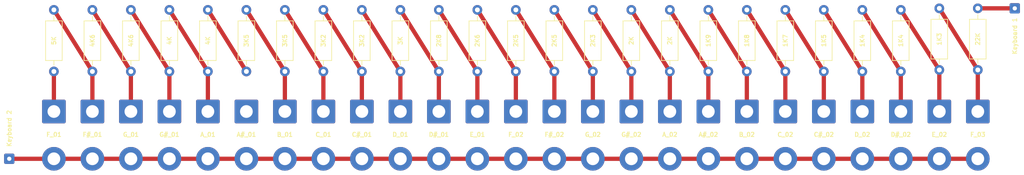
<source format=kicad_pcb>
(kicad_pcb (version 20171130) (host pcbnew "(5.1.10-1-10_14)")

  (general
    (thickness 1.6)
    (drawings 0)
    (tracks 51)
    (zones 0)
    (modules 52)
    (nets 28)
  )

  (page A4)
  (layers
    (0 F.Cu signal)
    (31 B.Cu signal)
    (32 B.Adhes user)
    (33 F.Adhes user)
    (34 B.Paste user)
    (35 F.Paste user)
    (36 B.SilkS user)
    (37 F.SilkS user)
    (38 B.Mask user)
    (39 F.Mask user)
    (40 Dwgs.User user)
    (41 Cmts.User user)
    (42 Eco1.User user)
    (43 Eco2.User user)
    (44 Edge.Cuts user)
    (45 Margin user)
    (46 B.CrtYd user)
    (47 F.CrtYd user)
    (48 B.Fab user)
    (49 F.Fab user)
  )

  (setup
    (last_trace_width 0.7)
    (user_trace_width 0.7)
    (trace_clearance 0.2)
    (zone_clearance 0.508)
    (zone_45_only no)
    (trace_min 0.2)
    (via_size 0.8)
    (via_drill 0.4)
    (via_min_size 0.4)
    (via_min_drill 0.3)
    (uvia_size 0.3)
    (uvia_drill 0.1)
    (uvias_allowed no)
    (uvia_min_size 0.2)
    (uvia_min_drill 0.1)
    (edge_width 0.05)
    (segment_width 0.2)
    (pcb_text_width 0.15)
    (pcb_text_size 0.7 0.7)
    (mod_edge_width 0.12)
    (mod_text_size 0.7 0.7)
    (mod_text_width 0.15)
    (pad_size 1.524 1.524)
    (pad_drill 0.762)
    (pad_to_mask_clearance 0)
    (aux_axis_origin 0 0)
    (visible_elements FFFFEF7F)
    (pcbplotparams
      (layerselection 0x010fc_ffffffff)
      (usegerberextensions false)
      (usegerberattributes true)
      (usegerberadvancedattributes true)
      (creategerberjobfile true)
      (excludeedgelayer true)
      (linewidth 0.100000)
      (plotframeref false)
      (viasonmask false)
      (mode 1)
      (useauxorigin false)
      (hpglpennumber 1)
      (hpglpenspeed 20)
      (hpglpendiameter 15.000000)
      (psnegative false)
      (psa4output false)
      (plotreference true)
      (plotvalue true)
      (plotinvisibletext false)
      (padsonsilk false)
      (subtractmaskfromsilk false)
      (outputformat 1)
      (mirror false)
      (drillshape 1)
      (scaleselection 1)
      (outputdirectory ""))
  )

  (net 0 "")
  (net 1 Y)
  (net 2 P)
  (net 3 "Net-(R1-Pad2)")
  (net 4 "Net-(R1-Pad1)")
  (net 5 "Net-(R2-Pad2)")
  (net 6 "Net-(R3-Pad2)")
  (net 7 "Net-(R4-Pad2)")
  (net 8 "Net-(R5-Pad2)")
  (net 9 "Net-(R6-Pad2)")
  (net 10 "Net-(R7-Pad2)")
  (net 11 "Net-(R8-Pad2)")
  (net 12 "Net-(R10-Pad1)")
  (net 13 "Net-(R10-Pad2)")
  (net 14 "Net-(R11-Pad2)")
  (net 15 "Net-(R12-Pad2)")
  (net 16 "Net-(R13-Pad2)")
  (net 17 "Net-(R14-Pad2)")
  (net 18 "Net-(R15-Pad2)")
  (net 19 "Net-(R16-Pad2)")
  (net 20 "Net-(R17-Pad2)")
  (net 21 "Net-(R18-Pad2)")
  (net 22 "Net-(R19-Pad2)")
  (net 23 "Net-(R20-Pad2)")
  (net 24 "Net-(R21-Pad2)")
  (net 25 "Net-(R22-Pad2)")
  (net 26 "Net-(R23-Pad2)")
  (net 27 "Net-(R24-Pad2)")

  (net_class Default "This is the default net class."
    (clearance 0.2)
    (trace_width 0.25)
    (via_dia 0.8)
    (via_drill 0.4)
    (uvia_dia 0.3)
    (uvia_drill 0.1)
    (add_net "Net-(R1-Pad1)")
    (add_net "Net-(R1-Pad2)")
    (add_net "Net-(R10-Pad1)")
    (add_net "Net-(R10-Pad2)")
    (add_net "Net-(R11-Pad2)")
    (add_net "Net-(R12-Pad2)")
    (add_net "Net-(R13-Pad2)")
    (add_net "Net-(R14-Pad2)")
    (add_net "Net-(R15-Pad2)")
    (add_net "Net-(R16-Pad2)")
    (add_net "Net-(R17-Pad2)")
    (add_net "Net-(R18-Pad2)")
    (add_net "Net-(R19-Pad2)")
    (add_net "Net-(R2-Pad2)")
    (add_net "Net-(R20-Pad2)")
    (add_net "Net-(R21-Pad2)")
    (add_net "Net-(R22-Pad2)")
    (add_net "Net-(R23-Pad2)")
    (add_net "Net-(R24-Pad2)")
    (add_net "Net-(R3-Pad2)")
    (add_net "Net-(R4-Pad2)")
    (add_net "Net-(R5-Pad2)")
    (add_net "Net-(R6-Pad2)")
    (add_net "Net-(R7-Pad2)")
    (add_net "Net-(R8-Pad2)")
    (add_net P)
    (add_net Y)
  )

  (module Connector_Wire:SolderWire-1.5sqmm_1x02_P7.8mm_D1.7mm_OD3.9mm (layer F.Cu) (tedit 5EB70B45) (tstamp 63559C0A)
    (at 227.584 116.332 270)
    (descr "Soldered wire connection, for 2 times 1.5 mm² wires, reinforced insulation, conductor diameter 1.7mm, outer diameter 3.9mm, size source Multi-Contact FLEXI-xV 1.5 (https://ec.staubli.com/AcroFiles/Catalogues/TM_Cab-Main-11014119_(en)_hi.pdf), bend radius 3 times outer diameter, generated with kicad-footprint-generator")
    (tags "connector wire 1.5sqmm")
    (path /635EF410)
    (attr virtual)
    (fp_text reference SW25 (at 3.9 -3.15 90) (layer F.SilkS) hide
      (effects (font (size 0.7 0.7) (thickness 0.15)))
    )
    (fp_text value F_03 (at 3.81 0 180) (layer F.SilkS)
      (effects (font (size 0.7 0.7) (thickness 0.15)))
    )
    (fp_text user %R (at 3.9 0) (layer F.Fab) hide
      (effects (font (size 0.7 0.7) (thickness 0.15)))
    )
    (fp_circle (center 0 0) (end 1.95 0) (layer F.Fab) (width 0.15))
    (fp_circle (center 7.8 0) (end 9.75 0) (layer F.Fab) (width 0.15))
    (fp_line (start -2.7 -2.45) (end -2.7 2.45) (layer F.CrtYd) (width 0.05))
    (fp_line (start -2.7 2.45) (end 2.7 2.45) (layer F.CrtYd) (width 0.05))
    (fp_line (start 2.7 2.45) (end 2.7 -2.45) (layer F.CrtYd) (width 0.05))
    (fp_line (start 2.7 -2.45) (end -2.7 -2.45) (layer F.CrtYd) (width 0.05))
    (fp_line (start 5.1 -2.45) (end 5.1 2.45) (layer F.CrtYd) (width 0.05))
    (fp_line (start 5.1 2.45) (end 10.5 2.45) (layer F.CrtYd) (width 0.05))
    (fp_line (start 10.5 2.45) (end 10.5 -2.45) (layer F.CrtYd) (width 0.05))
    (fp_line (start 10.5 -2.45) (end 5.1 -2.45) (layer F.CrtYd) (width 0.05))
    (pad 2 thru_hole circle (at 7.8 0 270) (size 3.9 3.9) (drill 2.1) (layers *.Cu *.Mask)
      (net 2 P))
    (pad 1 thru_hole roundrect (at 0 0 270) (size 3.9 3.9) (drill 2.1) (layers *.Cu *.Mask) (roundrect_rratio 0.06410299999999999)
      (net 27 "Net-(R24-Pad2)"))
    (model ${KISYS3DMOD}/Connector_Wire.3dshapes/SolderWire-1.5sqmm_1x02_P7.8mm_D1.7mm_OD3.9mm.wrl
      (at (xyz 0 0 0))
      (scale (xyz 1 1 1))
      (rotate (xyz 0 0 0))
    )
  )

  (module Connector_Wire:SolderWire-1.5sqmm_1x02_P7.8mm_D1.7mm_OD3.9mm (layer F.Cu) (tedit 5EB70B45) (tstamp 63559BF9)
    (at 221.234 116.332 270)
    (descr "Soldered wire connection, for 2 times 1.5 mm² wires, reinforced insulation, conductor diameter 1.7mm, outer diameter 3.9mm, size source Multi-Contact FLEXI-xV 1.5 (https://ec.staubli.com/AcroFiles/Catalogues/TM_Cab-Main-11014119_(en)_hi.pdf), bend radius 3 times outer diameter, generated with kicad-footprint-generator")
    (tags "connector wire 1.5sqmm")
    (path /635E5942)
    (attr virtual)
    (fp_text reference SW24 (at 3.9 -3.15 90) (layer F.SilkS) hide
      (effects (font (size 0.7 0.7) (thickness 0.15)))
    )
    (fp_text value E_02 (at 3.81 0 180) (layer F.SilkS)
      (effects (font (size 0.7 0.7) (thickness 0.15)))
    )
    (fp_text user %R (at 3.9 0) (layer F.Fab) hide
      (effects (font (size 0.7 0.7) (thickness 0.15)))
    )
    (fp_circle (center 0 0) (end 1.95 0) (layer F.Fab) (width 0.15))
    (fp_circle (center 7.8 0) (end 9.75 0) (layer F.Fab) (width 0.15))
    (fp_line (start -2.7 -2.45) (end -2.7 2.45) (layer F.CrtYd) (width 0.05))
    (fp_line (start -2.7 2.45) (end 2.7 2.45) (layer F.CrtYd) (width 0.05))
    (fp_line (start 2.7 2.45) (end 2.7 -2.45) (layer F.CrtYd) (width 0.05))
    (fp_line (start 2.7 -2.45) (end -2.7 -2.45) (layer F.CrtYd) (width 0.05))
    (fp_line (start 5.1 -2.45) (end 5.1 2.45) (layer F.CrtYd) (width 0.05))
    (fp_line (start 5.1 2.45) (end 10.5 2.45) (layer F.CrtYd) (width 0.05))
    (fp_line (start 10.5 2.45) (end 10.5 -2.45) (layer F.CrtYd) (width 0.05))
    (fp_line (start 10.5 -2.45) (end 5.1 -2.45) (layer F.CrtYd) (width 0.05))
    (pad 2 thru_hole circle (at 7.8 0 270) (size 3.9 3.9) (drill 2.1) (layers *.Cu *.Mask)
      (net 2 P))
    (pad 1 thru_hole roundrect (at 0 0 270) (size 3.9 3.9) (drill 2.1) (layers *.Cu *.Mask) (roundrect_rratio 0.06410299999999999)
      (net 26 "Net-(R23-Pad2)"))
    (model ${KISYS3DMOD}/Connector_Wire.3dshapes/SolderWire-1.5sqmm_1x02_P7.8mm_D1.7mm_OD3.9mm.wrl
      (at (xyz 0 0 0))
      (scale (xyz 1 1 1))
      (rotate (xyz 0 0 0))
    )
  )

  (module Connector_Wire:SolderWire-1.5sqmm_1x02_P7.8mm_D1.7mm_OD3.9mm (layer F.Cu) (tedit 5EB70B45) (tstamp 63559BE8)
    (at 214.884 116.332 270)
    (descr "Soldered wire connection, for 2 times 1.5 mm² wires, reinforced insulation, conductor diameter 1.7mm, outer diameter 3.9mm, size source Multi-Contact FLEXI-xV 1.5 (https://ec.staubli.com/AcroFiles/Catalogues/TM_Cab-Main-11014119_(en)_hi.pdf), bend radius 3 times outer diameter, generated with kicad-footprint-generator")
    (tags "connector wire 1.5sqmm")
    (path /635E5933)
    (attr virtual)
    (fp_text reference SW23 (at 3.9 -3.15 90) (layer F.SilkS) hide
      (effects (font (size 0.7 0.7) (thickness 0.15)))
    )
    (fp_text value D#_02 (at 3.81 0 180) (layer F.SilkS)
      (effects (font (size 0.7 0.7) (thickness 0.15)))
    )
    (fp_text user %R (at 3.9 0) (layer F.Fab) hide
      (effects (font (size 0.7 0.7) (thickness 0.15)))
    )
    (fp_circle (center 0 0) (end 1.95 0) (layer F.Fab) (width 0.15))
    (fp_circle (center 7.8 0) (end 9.75 0) (layer F.Fab) (width 0.15))
    (fp_line (start -2.7 -2.45) (end -2.7 2.45) (layer F.CrtYd) (width 0.05))
    (fp_line (start -2.7 2.45) (end 2.7 2.45) (layer F.CrtYd) (width 0.05))
    (fp_line (start 2.7 2.45) (end 2.7 -2.45) (layer F.CrtYd) (width 0.05))
    (fp_line (start 2.7 -2.45) (end -2.7 -2.45) (layer F.CrtYd) (width 0.05))
    (fp_line (start 5.1 -2.45) (end 5.1 2.45) (layer F.CrtYd) (width 0.05))
    (fp_line (start 5.1 2.45) (end 10.5 2.45) (layer F.CrtYd) (width 0.05))
    (fp_line (start 10.5 2.45) (end 10.5 -2.45) (layer F.CrtYd) (width 0.05))
    (fp_line (start 10.5 -2.45) (end 5.1 -2.45) (layer F.CrtYd) (width 0.05))
    (pad 2 thru_hole circle (at 7.8 0 270) (size 3.9 3.9) (drill 2.1) (layers *.Cu *.Mask)
      (net 2 P))
    (pad 1 thru_hole roundrect (at 0 0 270) (size 3.9 3.9) (drill 2.1) (layers *.Cu *.Mask) (roundrect_rratio 0.06410299999999999)
      (net 25 "Net-(R22-Pad2)"))
    (model ${KISYS3DMOD}/Connector_Wire.3dshapes/SolderWire-1.5sqmm_1x02_P7.8mm_D1.7mm_OD3.9mm.wrl
      (at (xyz 0 0 0))
      (scale (xyz 1 1 1))
      (rotate (xyz 0 0 0))
    )
  )

  (module Connector_Wire:SolderWire-1.5sqmm_1x02_P7.8mm_D1.7mm_OD3.9mm (layer F.Cu) (tedit 5EB70B45) (tstamp 63559BD7)
    (at 208.534 116.332 270)
    (descr "Soldered wire connection, for 2 times 1.5 mm² wires, reinforced insulation, conductor diameter 1.7mm, outer diameter 3.9mm, size source Multi-Contact FLEXI-xV 1.5 (https://ec.staubli.com/AcroFiles/Catalogues/TM_Cab-Main-11014119_(en)_hi.pdf), bend radius 3 times outer diameter, generated with kicad-footprint-generator")
    (tags "connector wire 1.5sqmm")
    (path /635E5924)
    (attr virtual)
    (fp_text reference SW22 (at 3.9 -3.15 90) (layer F.SilkS) hide
      (effects (font (size 0.7 0.7) (thickness 0.15)))
    )
    (fp_text value D_02 (at 3.81 0 180) (layer F.SilkS)
      (effects (font (size 0.7 0.7) (thickness 0.15)))
    )
    (fp_text user %R (at 3.9 0) (layer F.Fab) hide
      (effects (font (size 0.7 0.7) (thickness 0.15)))
    )
    (fp_circle (center 0 0) (end 1.95 0) (layer F.Fab) (width 0.15))
    (fp_circle (center 7.8 0) (end 9.75 0) (layer F.Fab) (width 0.15))
    (fp_line (start -2.7 -2.45) (end -2.7 2.45) (layer F.CrtYd) (width 0.05))
    (fp_line (start -2.7 2.45) (end 2.7 2.45) (layer F.CrtYd) (width 0.05))
    (fp_line (start 2.7 2.45) (end 2.7 -2.45) (layer F.CrtYd) (width 0.05))
    (fp_line (start 2.7 -2.45) (end -2.7 -2.45) (layer F.CrtYd) (width 0.05))
    (fp_line (start 5.1 -2.45) (end 5.1 2.45) (layer F.CrtYd) (width 0.05))
    (fp_line (start 5.1 2.45) (end 10.5 2.45) (layer F.CrtYd) (width 0.05))
    (fp_line (start 10.5 2.45) (end 10.5 -2.45) (layer F.CrtYd) (width 0.05))
    (fp_line (start 10.5 -2.45) (end 5.1 -2.45) (layer F.CrtYd) (width 0.05))
    (pad 2 thru_hole circle (at 7.8 0 270) (size 3.9 3.9) (drill 2.1) (layers *.Cu *.Mask)
      (net 2 P))
    (pad 1 thru_hole roundrect (at 0 0 270) (size 3.9 3.9) (drill 2.1) (layers *.Cu *.Mask) (roundrect_rratio 0.06410299999999999)
      (net 24 "Net-(R21-Pad2)"))
    (model ${KISYS3DMOD}/Connector_Wire.3dshapes/SolderWire-1.5sqmm_1x02_P7.8mm_D1.7mm_OD3.9mm.wrl
      (at (xyz 0 0 0))
      (scale (xyz 1 1 1))
      (rotate (xyz 0 0 0))
    )
  )

  (module Connector_Wire:SolderWire-1.5sqmm_1x02_P7.8mm_D1.7mm_OD3.9mm (layer F.Cu) (tedit 5EB70B45) (tstamp 63559BC6)
    (at 202.184 116.332 270)
    (descr "Soldered wire connection, for 2 times 1.5 mm² wires, reinforced insulation, conductor diameter 1.7mm, outer diameter 3.9mm, size source Multi-Contact FLEXI-xV 1.5 (https://ec.staubli.com/AcroFiles/Catalogues/TM_Cab-Main-11014119_(en)_hi.pdf), bend radius 3 times outer diameter, generated with kicad-footprint-generator")
    (tags "connector wire 1.5sqmm")
    (path /635E5915)
    (attr virtual)
    (fp_text reference SW21 (at 3.9 -3.15 90) (layer F.SilkS) hide
      (effects (font (size 0.7 0.7) (thickness 0.15)))
    )
    (fp_text value C#_02 (at 3.81 0 180) (layer F.SilkS)
      (effects (font (size 0.7 0.7) (thickness 0.15)))
    )
    (fp_text user %R (at 3.9 0) (layer F.Fab) hide
      (effects (font (size 0.7 0.7) (thickness 0.15)))
    )
    (fp_circle (center 0 0) (end 1.95 0) (layer F.Fab) (width 0.15))
    (fp_circle (center 7.8 0) (end 9.75 0) (layer F.Fab) (width 0.15))
    (fp_line (start -2.7 -2.45) (end -2.7 2.45) (layer F.CrtYd) (width 0.05))
    (fp_line (start -2.7 2.45) (end 2.7 2.45) (layer F.CrtYd) (width 0.05))
    (fp_line (start 2.7 2.45) (end 2.7 -2.45) (layer F.CrtYd) (width 0.05))
    (fp_line (start 2.7 -2.45) (end -2.7 -2.45) (layer F.CrtYd) (width 0.05))
    (fp_line (start 5.1 -2.45) (end 5.1 2.45) (layer F.CrtYd) (width 0.05))
    (fp_line (start 5.1 2.45) (end 10.5 2.45) (layer F.CrtYd) (width 0.05))
    (fp_line (start 10.5 2.45) (end 10.5 -2.45) (layer F.CrtYd) (width 0.05))
    (fp_line (start 10.5 -2.45) (end 5.1 -2.45) (layer F.CrtYd) (width 0.05))
    (pad 2 thru_hole circle (at 7.8 0 270) (size 3.9 3.9) (drill 2.1) (layers *.Cu *.Mask)
      (net 2 P))
    (pad 1 thru_hole roundrect (at 0 0 270) (size 3.9 3.9) (drill 2.1) (layers *.Cu *.Mask) (roundrect_rratio 0.06410299999999999)
      (net 23 "Net-(R20-Pad2)"))
    (model ${KISYS3DMOD}/Connector_Wire.3dshapes/SolderWire-1.5sqmm_1x02_P7.8mm_D1.7mm_OD3.9mm.wrl
      (at (xyz 0 0 0))
      (scale (xyz 1 1 1))
      (rotate (xyz 0 0 0))
    )
  )

  (module Connector_Wire:SolderWire-1.5sqmm_1x02_P7.8mm_D1.7mm_OD3.9mm (layer F.Cu) (tedit 5EB70B45) (tstamp 63559BB5)
    (at 195.834 116.332 270)
    (descr "Soldered wire connection, for 2 times 1.5 mm² wires, reinforced insulation, conductor diameter 1.7mm, outer diameter 3.9mm, size source Multi-Contact FLEXI-xV 1.5 (https://ec.staubli.com/AcroFiles/Catalogues/TM_Cab-Main-11014119_(en)_hi.pdf), bend radius 3 times outer diameter, generated with kicad-footprint-generator")
    (tags "connector wire 1.5sqmm")
    (path /635E5906)
    (attr virtual)
    (fp_text reference SW20 (at 3.9 -3.15 90) (layer F.SilkS) hide
      (effects (font (size 0.7 0.7) (thickness 0.15)))
    )
    (fp_text value C_02 (at 3.81 0 180) (layer F.SilkS)
      (effects (font (size 0.7 0.7) (thickness 0.15)))
    )
    (fp_text user %R (at 3.9 0) (layer F.Fab) hide
      (effects (font (size 0.7 0.7) (thickness 0.15)))
    )
    (fp_circle (center 0 0) (end 1.95 0) (layer F.Fab) (width 0.15))
    (fp_circle (center 7.8 0) (end 9.75 0) (layer F.Fab) (width 0.15))
    (fp_line (start -2.7 -2.45) (end -2.7 2.45) (layer F.CrtYd) (width 0.05))
    (fp_line (start -2.7 2.45) (end 2.7 2.45) (layer F.CrtYd) (width 0.05))
    (fp_line (start 2.7 2.45) (end 2.7 -2.45) (layer F.CrtYd) (width 0.05))
    (fp_line (start 2.7 -2.45) (end -2.7 -2.45) (layer F.CrtYd) (width 0.05))
    (fp_line (start 5.1 -2.45) (end 5.1 2.45) (layer F.CrtYd) (width 0.05))
    (fp_line (start 5.1 2.45) (end 10.5 2.45) (layer F.CrtYd) (width 0.05))
    (fp_line (start 10.5 2.45) (end 10.5 -2.45) (layer F.CrtYd) (width 0.05))
    (fp_line (start 10.5 -2.45) (end 5.1 -2.45) (layer F.CrtYd) (width 0.05))
    (pad 2 thru_hole circle (at 7.8 0 270) (size 3.9 3.9) (drill 2.1) (layers *.Cu *.Mask)
      (net 2 P))
    (pad 1 thru_hole roundrect (at 0 0 270) (size 3.9 3.9) (drill 2.1) (layers *.Cu *.Mask) (roundrect_rratio 0.06410299999999999)
      (net 22 "Net-(R19-Pad2)"))
    (model ${KISYS3DMOD}/Connector_Wire.3dshapes/SolderWire-1.5sqmm_1x02_P7.8mm_D1.7mm_OD3.9mm.wrl
      (at (xyz 0 0 0))
      (scale (xyz 1 1 1))
      (rotate (xyz 0 0 0))
    )
  )

  (module Connector_Wire:SolderWire-1.5sqmm_1x02_P7.8mm_D1.7mm_OD3.9mm (layer F.Cu) (tedit 5EB70B45) (tstamp 63559BA4)
    (at 189.484 116.332 270)
    (descr "Soldered wire connection, for 2 times 1.5 mm² wires, reinforced insulation, conductor diameter 1.7mm, outer diameter 3.9mm, size source Multi-Contact FLEXI-xV 1.5 (https://ec.staubli.com/AcroFiles/Catalogues/TM_Cab-Main-11014119_(en)_hi.pdf), bend radius 3 times outer diameter, generated with kicad-footprint-generator")
    (tags "connector wire 1.5sqmm")
    (path /635E58F7)
    (attr virtual)
    (fp_text reference SW19 (at 3.9 -3.15 90) (layer F.SilkS) hide
      (effects (font (size 0.7 0.7) (thickness 0.15)))
    )
    (fp_text value B_02 (at 3.81 0 180) (layer F.SilkS)
      (effects (font (size 0.7 0.7) (thickness 0.15)))
    )
    (fp_text user %R (at 3.9 0) (layer F.Fab) hide
      (effects (font (size 0.7 0.7) (thickness 0.15)))
    )
    (fp_circle (center 0 0) (end 1.95 0) (layer F.Fab) (width 0.15))
    (fp_circle (center 7.8 0) (end 9.75 0) (layer F.Fab) (width 0.15))
    (fp_line (start -2.7 -2.45) (end -2.7 2.45) (layer F.CrtYd) (width 0.05))
    (fp_line (start -2.7 2.45) (end 2.7 2.45) (layer F.CrtYd) (width 0.05))
    (fp_line (start 2.7 2.45) (end 2.7 -2.45) (layer F.CrtYd) (width 0.05))
    (fp_line (start 2.7 -2.45) (end -2.7 -2.45) (layer F.CrtYd) (width 0.05))
    (fp_line (start 5.1 -2.45) (end 5.1 2.45) (layer F.CrtYd) (width 0.05))
    (fp_line (start 5.1 2.45) (end 10.5 2.45) (layer F.CrtYd) (width 0.05))
    (fp_line (start 10.5 2.45) (end 10.5 -2.45) (layer F.CrtYd) (width 0.05))
    (fp_line (start 10.5 -2.45) (end 5.1 -2.45) (layer F.CrtYd) (width 0.05))
    (pad 2 thru_hole circle (at 7.8 0 270) (size 3.9 3.9) (drill 2.1) (layers *.Cu *.Mask)
      (net 2 P))
    (pad 1 thru_hole roundrect (at 0 0 270) (size 3.9 3.9) (drill 2.1) (layers *.Cu *.Mask) (roundrect_rratio 0.06410299999999999)
      (net 21 "Net-(R18-Pad2)"))
    (model ${KISYS3DMOD}/Connector_Wire.3dshapes/SolderWire-1.5sqmm_1x02_P7.8mm_D1.7mm_OD3.9mm.wrl
      (at (xyz 0 0 0))
      (scale (xyz 1 1 1))
      (rotate (xyz 0 0 0))
    )
  )

  (module Connector_Wire:SolderWire-1.5sqmm_1x02_P7.8mm_D1.7mm_OD3.9mm (layer F.Cu) (tedit 5EB70B45) (tstamp 63559B93)
    (at 183.134 116.332 270)
    (descr "Soldered wire connection, for 2 times 1.5 mm² wires, reinforced insulation, conductor diameter 1.7mm, outer diameter 3.9mm, size source Multi-Contact FLEXI-xV 1.5 (https://ec.staubli.com/AcroFiles/Catalogues/TM_Cab-Main-11014119_(en)_hi.pdf), bend radius 3 times outer diameter, generated with kicad-footprint-generator")
    (tags "connector wire 1.5sqmm")
    (path /635E58E8)
    (attr virtual)
    (fp_text reference SW18 (at 3.9 -3.15 90) (layer F.SilkS) hide
      (effects (font (size 0.7 0.7) (thickness 0.15)))
    )
    (fp_text value A#_02 (at 3.81 0 180) (layer F.SilkS)
      (effects (font (size 0.7 0.7) (thickness 0.15)))
    )
    (fp_text user %R (at 3.9 0) (layer F.Fab) hide
      (effects (font (size 0.7 0.7) (thickness 0.15)))
    )
    (fp_circle (center 0 0) (end 1.95 0) (layer F.Fab) (width 0.15))
    (fp_circle (center 7.8 0) (end 9.75 0) (layer F.Fab) (width 0.15))
    (fp_line (start -2.7 -2.45) (end -2.7 2.45) (layer F.CrtYd) (width 0.05))
    (fp_line (start -2.7 2.45) (end 2.7 2.45) (layer F.CrtYd) (width 0.05))
    (fp_line (start 2.7 2.45) (end 2.7 -2.45) (layer F.CrtYd) (width 0.05))
    (fp_line (start 2.7 -2.45) (end -2.7 -2.45) (layer F.CrtYd) (width 0.05))
    (fp_line (start 5.1 -2.45) (end 5.1 2.45) (layer F.CrtYd) (width 0.05))
    (fp_line (start 5.1 2.45) (end 10.5 2.45) (layer F.CrtYd) (width 0.05))
    (fp_line (start 10.5 2.45) (end 10.5 -2.45) (layer F.CrtYd) (width 0.05))
    (fp_line (start 10.5 -2.45) (end 5.1 -2.45) (layer F.CrtYd) (width 0.05))
    (pad 2 thru_hole circle (at 7.8 0 270) (size 3.9 3.9) (drill 2.1) (layers *.Cu *.Mask)
      (net 2 P))
    (pad 1 thru_hole roundrect (at 0 0 270) (size 3.9 3.9) (drill 2.1) (layers *.Cu *.Mask) (roundrect_rratio 0.06410299999999999)
      (net 20 "Net-(R17-Pad2)"))
    (model ${KISYS3DMOD}/Connector_Wire.3dshapes/SolderWire-1.5sqmm_1x02_P7.8mm_D1.7mm_OD3.9mm.wrl
      (at (xyz 0 0 0))
      (scale (xyz 1 1 1))
      (rotate (xyz 0 0 0))
    )
  )

  (module Connector_Wire:SolderWire-1.5sqmm_1x02_P7.8mm_D1.7mm_OD3.9mm (layer F.Cu) (tedit 5EB70B45) (tstamp 63559B82)
    (at 176.784 116.332 270)
    (descr "Soldered wire connection, for 2 times 1.5 mm² wires, reinforced insulation, conductor diameter 1.7mm, outer diameter 3.9mm, size source Multi-Contact FLEXI-xV 1.5 (https://ec.staubli.com/AcroFiles/Catalogues/TM_Cab-Main-11014119_(en)_hi.pdf), bend radius 3 times outer diameter, generated with kicad-footprint-generator")
    (tags "connector wire 1.5sqmm")
    (path /635E58D9)
    (attr virtual)
    (fp_text reference SW17 (at 3.9 -3.15 90) (layer F.SilkS) hide
      (effects (font (size 0.7 0.7) (thickness 0.15)))
    )
    (fp_text value A_02 (at 3.81 0 180) (layer F.SilkS)
      (effects (font (size 0.7 0.7) (thickness 0.15)))
    )
    (fp_text user %R (at 3.9 0) (layer F.Fab) hide
      (effects (font (size 0.7 0.7) (thickness 0.15)))
    )
    (fp_circle (center 0 0) (end 1.95 0) (layer F.Fab) (width 0.15))
    (fp_circle (center 7.8 0) (end 9.75 0) (layer F.Fab) (width 0.15))
    (fp_line (start -2.7 -2.45) (end -2.7 2.45) (layer F.CrtYd) (width 0.05))
    (fp_line (start -2.7 2.45) (end 2.7 2.45) (layer F.CrtYd) (width 0.05))
    (fp_line (start 2.7 2.45) (end 2.7 -2.45) (layer F.CrtYd) (width 0.05))
    (fp_line (start 2.7 -2.45) (end -2.7 -2.45) (layer F.CrtYd) (width 0.05))
    (fp_line (start 5.1 -2.45) (end 5.1 2.45) (layer F.CrtYd) (width 0.05))
    (fp_line (start 5.1 2.45) (end 10.5 2.45) (layer F.CrtYd) (width 0.05))
    (fp_line (start 10.5 2.45) (end 10.5 -2.45) (layer F.CrtYd) (width 0.05))
    (fp_line (start 10.5 -2.45) (end 5.1 -2.45) (layer F.CrtYd) (width 0.05))
    (pad 2 thru_hole circle (at 7.8 0 270) (size 3.9 3.9) (drill 2.1) (layers *.Cu *.Mask)
      (net 2 P))
    (pad 1 thru_hole roundrect (at 0 0 270) (size 3.9 3.9) (drill 2.1) (layers *.Cu *.Mask) (roundrect_rratio 0.06410299999999999)
      (net 19 "Net-(R16-Pad2)"))
    (model ${KISYS3DMOD}/Connector_Wire.3dshapes/SolderWire-1.5sqmm_1x02_P7.8mm_D1.7mm_OD3.9mm.wrl
      (at (xyz 0 0 0))
      (scale (xyz 1 1 1))
      (rotate (xyz 0 0 0))
    )
  )

  (module Connector_Wire:SolderWire-1.5sqmm_1x02_P7.8mm_D1.7mm_OD3.9mm (layer F.Cu) (tedit 5EB70B45) (tstamp 63559B71)
    (at 170.434 116.332 270)
    (descr "Soldered wire connection, for 2 times 1.5 mm² wires, reinforced insulation, conductor diameter 1.7mm, outer diameter 3.9mm, size source Multi-Contact FLEXI-xV 1.5 (https://ec.staubli.com/AcroFiles/Catalogues/TM_Cab-Main-11014119_(en)_hi.pdf), bend radius 3 times outer diameter, generated with kicad-footprint-generator")
    (tags "connector wire 1.5sqmm")
    (path /635E58CA)
    (attr virtual)
    (fp_text reference SW16 (at 3.9 -3.15 90) (layer F.SilkS) hide
      (effects (font (size 0.7 0.7) (thickness 0.15)))
    )
    (fp_text value G#_02 (at 3.81 0 180) (layer F.SilkS)
      (effects (font (size 0.7 0.7) (thickness 0.15)))
    )
    (fp_text user %R (at 3.9 0) (layer F.Fab) hide
      (effects (font (size 0.7 0.7) (thickness 0.15)))
    )
    (fp_circle (center 0 0) (end 1.95 0) (layer F.Fab) (width 0.15))
    (fp_circle (center 7.8 0) (end 9.75 0) (layer F.Fab) (width 0.15))
    (fp_line (start -2.7 -2.45) (end -2.7 2.45) (layer F.CrtYd) (width 0.05))
    (fp_line (start -2.7 2.45) (end 2.7 2.45) (layer F.CrtYd) (width 0.05))
    (fp_line (start 2.7 2.45) (end 2.7 -2.45) (layer F.CrtYd) (width 0.05))
    (fp_line (start 2.7 -2.45) (end -2.7 -2.45) (layer F.CrtYd) (width 0.05))
    (fp_line (start 5.1 -2.45) (end 5.1 2.45) (layer F.CrtYd) (width 0.05))
    (fp_line (start 5.1 2.45) (end 10.5 2.45) (layer F.CrtYd) (width 0.05))
    (fp_line (start 10.5 2.45) (end 10.5 -2.45) (layer F.CrtYd) (width 0.05))
    (fp_line (start 10.5 -2.45) (end 5.1 -2.45) (layer F.CrtYd) (width 0.05))
    (pad 2 thru_hole circle (at 7.8 0 270) (size 3.9 3.9) (drill 2.1) (layers *.Cu *.Mask)
      (net 2 P))
    (pad 1 thru_hole roundrect (at 0 0 270) (size 3.9 3.9) (drill 2.1) (layers *.Cu *.Mask) (roundrect_rratio 0.06410299999999999)
      (net 18 "Net-(R15-Pad2)"))
    (model ${KISYS3DMOD}/Connector_Wire.3dshapes/SolderWire-1.5sqmm_1x02_P7.8mm_D1.7mm_OD3.9mm.wrl
      (at (xyz 0 0 0))
      (scale (xyz 1 1 1))
      (rotate (xyz 0 0 0))
    )
  )

  (module Connector_Wire:SolderWire-1.5sqmm_1x02_P7.8mm_D1.7mm_OD3.9mm (layer F.Cu) (tedit 5EB70B45) (tstamp 63559B60)
    (at 164.084 116.332 270)
    (descr "Soldered wire connection, for 2 times 1.5 mm² wires, reinforced insulation, conductor diameter 1.7mm, outer diameter 3.9mm, size source Multi-Contact FLEXI-xV 1.5 (https://ec.staubli.com/AcroFiles/Catalogues/TM_Cab-Main-11014119_(en)_hi.pdf), bend radius 3 times outer diameter, generated with kicad-footprint-generator")
    (tags "connector wire 1.5sqmm")
    (path /635E58BB)
    (attr virtual)
    (fp_text reference SW15 (at 3.9 -3.15 90) (layer F.SilkS) hide
      (effects (font (size 0.7 0.7) (thickness 0.15)))
    )
    (fp_text value G_02 (at 3.81 0 180) (layer F.SilkS)
      (effects (font (size 0.7 0.7) (thickness 0.15)))
    )
    (fp_text user %R (at 3.9 0) (layer F.Fab) hide
      (effects (font (size 0.7 0.7) (thickness 0.15)))
    )
    (fp_circle (center 0 0) (end 1.95 0) (layer F.Fab) (width 0.15))
    (fp_circle (center 7.8 0) (end 9.75 0) (layer F.Fab) (width 0.15))
    (fp_line (start -2.7 -2.45) (end -2.7 2.45) (layer F.CrtYd) (width 0.05))
    (fp_line (start -2.7 2.45) (end 2.7 2.45) (layer F.CrtYd) (width 0.05))
    (fp_line (start 2.7 2.45) (end 2.7 -2.45) (layer F.CrtYd) (width 0.05))
    (fp_line (start 2.7 -2.45) (end -2.7 -2.45) (layer F.CrtYd) (width 0.05))
    (fp_line (start 5.1 -2.45) (end 5.1 2.45) (layer F.CrtYd) (width 0.05))
    (fp_line (start 5.1 2.45) (end 10.5 2.45) (layer F.CrtYd) (width 0.05))
    (fp_line (start 10.5 2.45) (end 10.5 -2.45) (layer F.CrtYd) (width 0.05))
    (fp_line (start 10.5 -2.45) (end 5.1 -2.45) (layer F.CrtYd) (width 0.05))
    (pad 2 thru_hole circle (at 7.8 0 270) (size 3.9 3.9) (drill 2.1) (layers *.Cu *.Mask)
      (net 2 P))
    (pad 1 thru_hole roundrect (at 0 0 270) (size 3.9 3.9) (drill 2.1) (layers *.Cu *.Mask) (roundrect_rratio 0.06410299999999999)
      (net 17 "Net-(R14-Pad2)"))
    (model ${KISYS3DMOD}/Connector_Wire.3dshapes/SolderWire-1.5sqmm_1x02_P7.8mm_D1.7mm_OD3.9mm.wrl
      (at (xyz 0 0 0))
      (scale (xyz 1 1 1))
      (rotate (xyz 0 0 0))
    )
  )

  (module Connector_Wire:SolderWire-1.5sqmm_1x02_P7.8mm_D1.7mm_OD3.9mm (layer F.Cu) (tedit 5EB70B45) (tstamp 63559B4F)
    (at 157.734 116.332 270)
    (descr "Soldered wire connection, for 2 times 1.5 mm² wires, reinforced insulation, conductor diameter 1.7mm, outer diameter 3.9mm, size source Multi-Contact FLEXI-xV 1.5 (https://ec.staubli.com/AcroFiles/Catalogues/TM_Cab-Main-11014119_(en)_hi.pdf), bend radius 3 times outer diameter, generated with kicad-footprint-generator")
    (tags "connector wire 1.5sqmm")
    (path /635E58AC)
    (attr virtual)
    (fp_text reference SW14 (at 3.9 -3.15 90) (layer F.SilkS) hide
      (effects (font (size 0.7 0.7) (thickness 0.15)))
    )
    (fp_text value F#_02 (at 3.81 0 180) (layer F.SilkS)
      (effects (font (size 0.7 0.7) (thickness 0.15)))
    )
    (fp_text user %R (at 3.9 0) (layer F.Fab) hide
      (effects (font (size 0.7 0.7) (thickness 0.15)))
    )
    (fp_circle (center 0 0) (end 1.95 0) (layer F.Fab) (width 0.15))
    (fp_circle (center 7.8 0) (end 9.75 0) (layer F.Fab) (width 0.15))
    (fp_line (start -2.7 -2.45) (end -2.7 2.45) (layer F.CrtYd) (width 0.05))
    (fp_line (start -2.7 2.45) (end 2.7 2.45) (layer F.CrtYd) (width 0.05))
    (fp_line (start 2.7 2.45) (end 2.7 -2.45) (layer F.CrtYd) (width 0.05))
    (fp_line (start 2.7 -2.45) (end -2.7 -2.45) (layer F.CrtYd) (width 0.05))
    (fp_line (start 5.1 -2.45) (end 5.1 2.45) (layer F.CrtYd) (width 0.05))
    (fp_line (start 5.1 2.45) (end 10.5 2.45) (layer F.CrtYd) (width 0.05))
    (fp_line (start 10.5 2.45) (end 10.5 -2.45) (layer F.CrtYd) (width 0.05))
    (fp_line (start 10.5 -2.45) (end 5.1 -2.45) (layer F.CrtYd) (width 0.05))
    (pad 2 thru_hole circle (at 7.8 0 270) (size 3.9 3.9) (drill 2.1) (layers *.Cu *.Mask)
      (net 2 P))
    (pad 1 thru_hole roundrect (at 0 0 270) (size 3.9 3.9) (drill 2.1) (layers *.Cu *.Mask) (roundrect_rratio 0.06410299999999999)
      (net 16 "Net-(R13-Pad2)"))
    (model ${KISYS3DMOD}/Connector_Wire.3dshapes/SolderWire-1.5sqmm_1x02_P7.8mm_D1.7mm_OD3.9mm.wrl
      (at (xyz 0 0 0))
      (scale (xyz 1 1 1))
      (rotate (xyz 0 0 0))
    )
  )

  (module Connector_Wire:SolderWire-1.5sqmm_1x02_P7.8mm_D1.7mm_OD3.9mm (layer F.Cu) (tedit 5EB70B45) (tstamp 63559B3E)
    (at 151.384 116.332 270)
    (descr "Soldered wire connection, for 2 times 1.5 mm² wires, reinforced insulation, conductor diameter 1.7mm, outer diameter 3.9mm, size source Multi-Contact FLEXI-xV 1.5 (https://ec.staubli.com/AcroFiles/Catalogues/TM_Cab-Main-11014119_(en)_hi.pdf), bend radius 3 times outer diameter, generated with kicad-footprint-generator")
    (tags "connector wire 1.5sqmm")
    (path /635E589D)
    (attr virtual)
    (fp_text reference SW13 (at 3.9 -3.15 90) (layer F.SilkS) hide
      (effects (font (size 0.7 0.7) (thickness 0.15)))
    )
    (fp_text value F_02 (at 3.81 0 180) (layer F.SilkS)
      (effects (font (size 0.7 0.7) (thickness 0.15)))
    )
    (fp_text user %R (at 3.9 0) (layer F.Fab) hide
      (effects (font (size 0.7 0.7) (thickness 0.15)))
    )
    (fp_circle (center 0 0) (end 1.95 0) (layer F.Fab) (width 0.15))
    (fp_circle (center 7.8 0) (end 9.75 0) (layer F.Fab) (width 0.15))
    (fp_line (start -2.7 -2.45) (end -2.7 2.45) (layer F.CrtYd) (width 0.05))
    (fp_line (start -2.7 2.45) (end 2.7 2.45) (layer F.CrtYd) (width 0.05))
    (fp_line (start 2.7 2.45) (end 2.7 -2.45) (layer F.CrtYd) (width 0.05))
    (fp_line (start 2.7 -2.45) (end -2.7 -2.45) (layer F.CrtYd) (width 0.05))
    (fp_line (start 5.1 -2.45) (end 5.1 2.45) (layer F.CrtYd) (width 0.05))
    (fp_line (start 5.1 2.45) (end 10.5 2.45) (layer F.CrtYd) (width 0.05))
    (fp_line (start 10.5 2.45) (end 10.5 -2.45) (layer F.CrtYd) (width 0.05))
    (fp_line (start 10.5 -2.45) (end 5.1 -2.45) (layer F.CrtYd) (width 0.05))
    (pad 2 thru_hole circle (at 7.8 0 270) (size 3.9 3.9) (drill 2.1) (layers *.Cu *.Mask)
      (net 2 P))
    (pad 1 thru_hole roundrect (at 0 0 270) (size 3.9 3.9) (drill 2.1) (layers *.Cu *.Mask) (roundrect_rratio 0.06410299999999999)
      (net 15 "Net-(R12-Pad2)"))
    (model ${KISYS3DMOD}/Connector_Wire.3dshapes/SolderWire-1.5sqmm_1x02_P7.8mm_D1.7mm_OD3.9mm.wrl
      (at (xyz 0 0 0))
      (scale (xyz 1 1 1))
      (rotate (xyz 0 0 0))
    )
  )

  (module Connector_Wire:SolderWire-1.5sqmm_1x02_P7.8mm_D1.7mm_OD3.9mm (layer F.Cu) (tedit 5EB70B45) (tstamp 63559B2D)
    (at 145.034 116.332 270)
    (descr "Soldered wire connection, for 2 times 1.5 mm² wires, reinforced insulation, conductor diameter 1.7mm, outer diameter 3.9mm, size source Multi-Contact FLEXI-xV 1.5 (https://ec.staubli.com/AcroFiles/Catalogues/TM_Cab-Main-11014119_(en)_hi.pdf), bend radius 3 times outer diameter, generated with kicad-footprint-generator")
    (tags "connector wire 1.5sqmm")
    (path /635BF2BF)
    (attr virtual)
    (fp_text reference SW12 (at 3.9 -3.15 90) (layer F.SilkS) hide
      (effects (font (size 0.7 0.7) (thickness 0.15)))
    )
    (fp_text value E_01 (at 3.81 0 180) (layer F.SilkS)
      (effects (font (size 0.7 0.7) (thickness 0.15)))
    )
    (fp_text user %R (at 3.9 0) (layer F.Fab) hide
      (effects (font (size 0.7 0.7) (thickness 0.15)))
    )
    (fp_circle (center 0 0) (end 1.95 0) (layer F.Fab) (width 0.15))
    (fp_circle (center 7.8 0) (end 9.75 0) (layer F.Fab) (width 0.15))
    (fp_line (start -2.7 -2.45) (end -2.7 2.45) (layer F.CrtYd) (width 0.05))
    (fp_line (start -2.7 2.45) (end 2.7 2.45) (layer F.CrtYd) (width 0.05))
    (fp_line (start 2.7 2.45) (end 2.7 -2.45) (layer F.CrtYd) (width 0.05))
    (fp_line (start 2.7 -2.45) (end -2.7 -2.45) (layer F.CrtYd) (width 0.05))
    (fp_line (start 5.1 -2.45) (end 5.1 2.45) (layer F.CrtYd) (width 0.05))
    (fp_line (start 5.1 2.45) (end 10.5 2.45) (layer F.CrtYd) (width 0.05))
    (fp_line (start 10.5 2.45) (end 10.5 -2.45) (layer F.CrtYd) (width 0.05))
    (fp_line (start 10.5 -2.45) (end 5.1 -2.45) (layer F.CrtYd) (width 0.05))
    (pad 2 thru_hole circle (at 7.8 0 270) (size 3.9 3.9) (drill 2.1) (layers *.Cu *.Mask)
      (net 2 P))
    (pad 1 thru_hole roundrect (at 0 0 270) (size 3.9 3.9) (drill 2.1) (layers *.Cu *.Mask) (roundrect_rratio 0.06410299999999999)
      (net 14 "Net-(R11-Pad2)"))
    (model ${KISYS3DMOD}/Connector_Wire.3dshapes/SolderWire-1.5sqmm_1x02_P7.8mm_D1.7mm_OD3.9mm.wrl
      (at (xyz 0 0 0))
      (scale (xyz 1 1 1))
      (rotate (xyz 0 0 0))
    )
  )

  (module Connector_Wire:SolderWire-1.5sqmm_1x02_P7.8mm_D1.7mm_OD3.9mm (layer F.Cu) (tedit 5EB70B45) (tstamp 63559B1C)
    (at 138.684 116.332 270)
    (descr "Soldered wire connection, for 2 times 1.5 mm² wires, reinforced insulation, conductor diameter 1.7mm, outer diameter 3.9mm, size source Multi-Contact FLEXI-xV 1.5 (https://ec.staubli.com/AcroFiles/Catalogues/TM_Cab-Main-11014119_(en)_hi.pdf), bend radius 3 times outer diameter, generated with kicad-footprint-generator")
    (tags "connector wire 1.5sqmm")
    (path /635BF2B0)
    (attr virtual)
    (fp_text reference SW11 (at 3.9 -3.15 90) (layer F.SilkS) hide
      (effects (font (size 0.7 0.7) (thickness 0.15)))
    )
    (fp_text value D#_01 (at 3.81 0 180) (layer F.SilkS)
      (effects (font (size 0.7 0.7) (thickness 0.15)))
    )
    (fp_text user %R (at 3.9 0) (layer F.Fab) hide
      (effects (font (size 0.7 0.7) (thickness 0.15)))
    )
    (fp_circle (center 0 0) (end 1.95 0) (layer F.Fab) (width 0.15))
    (fp_circle (center 7.8 0) (end 9.75 0) (layer F.Fab) (width 0.15))
    (fp_line (start -2.7 -2.45) (end -2.7 2.45) (layer F.CrtYd) (width 0.05))
    (fp_line (start -2.7 2.45) (end 2.7 2.45) (layer F.CrtYd) (width 0.05))
    (fp_line (start 2.7 2.45) (end 2.7 -2.45) (layer F.CrtYd) (width 0.05))
    (fp_line (start 2.7 -2.45) (end -2.7 -2.45) (layer F.CrtYd) (width 0.05))
    (fp_line (start 5.1 -2.45) (end 5.1 2.45) (layer F.CrtYd) (width 0.05))
    (fp_line (start 5.1 2.45) (end 10.5 2.45) (layer F.CrtYd) (width 0.05))
    (fp_line (start 10.5 2.45) (end 10.5 -2.45) (layer F.CrtYd) (width 0.05))
    (fp_line (start 10.5 -2.45) (end 5.1 -2.45) (layer F.CrtYd) (width 0.05))
    (pad 2 thru_hole circle (at 7.8 0 270) (size 3.9 3.9) (drill 2.1) (layers *.Cu *.Mask)
      (net 2 P))
    (pad 1 thru_hole roundrect (at 0 0 270) (size 3.9 3.9) (drill 2.1) (layers *.Cu *.Mask) (roundrect_rratio 0.06410299999999999)
      (net 13 "Net-(R10-Pad2)"))
    (model ${KISYS3DMOD}/Connector_Wire.3dshapes/SolderWire-1.5sqmm_1x02_P7.8mm_D1.7mm_OD3.9mm.wrl
      (at (xyz 0 0 0))
      (scale (xyz 1 1 1))
      (rotate (xyz 0 0 0))
    )
  )

  (module Connector_Wire:SolderWire-1.5sqmm_1x02_P7.8mm_D1.7mm_OD3.9mm (layer F.Cu) (tedit 5EB70B45) (tstamp 63559B0B)
    (at 132.334 116.332 270)
    (descr "Soldered wire connection, for 2 times 1.5 mm² wires, reinforced insulation, conductor diameter 1.7mm, outer diameter 3.9mm, size source Multi-Contact FLEXI-xV 1.5 (https://ec.staubli.com/AcroFiles/Catalogues/TM_Cab-Main-11014119_(en)_hi.pdf), bend radius 3 times outer diameter, generated with kicad-footprint-generator")
    (tags "connector wire 1.5sqmm")
    (path /635BF2A1)
    (attr virtual)
    (fp_text reference SW10 (at 3.9 -3.15 90) (layer F.SilkS) hide
      (effects (font (size 0.7 0.7) (thickness 0.15)))
    )
    (fp_text value D_01 (at 3.81 0 180) (layer F.SilkS)
      (effects (font (size 0.7 0.7) (thickness 0.15)))
    )
    (fp_text user %R (at 3.9 0) (layer F.Fab) hide
      (effects (font (size 0.7 0.7) (thickness 0.15)))
    )
    (fp_circle (center 0 0) (end 1.95 0) (layer F.Fab) (width 0.15))
    (fp_circle (center 7.8 0) (end 9.75 0) (layer F.Fab) (width 0.15))
    (fp_line (start -2.7 -2.45) (end -2.7 2.45) (layer F.CrtYd) (width 0.05))
    (fp_line (start -2.7 2.45) (end 2.7 2.45) (layer F.CrtYd) (width 0.05))
    (fp_line (start 2.7 2.45) (end 2.7 -2.45) (layer F.CrtYd) (width 0.05))
    (fp_line (start 2.7 -2.45) (end -2.7 -2.45) (layer F.CrtYd) (width 0.05))
    (fp_line (start 5.1 -2.45) (end 5.1 2.45) (layer F.CrtYd) (width 0.05))
    (fp_line (start 5.1 2.45) (end 10.5 2.45) (layer F.CrtYd) (width 0.05))
    (fp_line (start 10.5 2.45) (end 10.5 -2.45) (layer F.CrtYd) (width 0.05))
    (fp_line (start 10.5 -2.45) (end 5.1 -2.45) (layer F.CrtYd) (width 0.05))
    (pad 2 thru_hole circle (at 7.8 0 270) (size 3.9 3.9) (drill 2.1) (layers *.Cu *.Mask)
      (net 2 P))
    (pad 1 thru_hole roundrect (at 0 0 270) (size 3.9 3.9) (drill 2.1) (layers *.Cu *.Mask) (roundrect_rratio 0.06410299999999999)
      (net 12 "Net-(R10-Pad1)"))
    (model ${KISYS3DMOD}/Connector_Wire.3dshapes/SolderWire-1.5sqmm_1x02_P7.8mm_D1.7mm_OD3.9mm.wrl
      (at (xyz 0 0 0))
      (scale (xyz 1 1 1))
      (rotate (xyz 0 0 0))
    )
  )

  (module Connector_Wire:SolderWire-1.5sqmm_1x02_P7.8mm_D1.7mm_OD3.9mm (layer F.Cu) (tedit 5EB70B45) (tstamp 63559AFA)
    (at 125.984 116.332 270)
    (descr "Soldered wire connection, for 2 times 1.5 mm² wires, reinforced insulation, conductor diameter 1.7mm, outer diameter 3.9mm, size source Multi-Contact FLEXI-xV 1.5 (https://ec.staubli.com/AcroFiles/Catalogues/TM_Cab-Main-11014119_(en)_hi.pdf), bend radius 3 times outer diameter, generated with kicad-footprint-generator")
    (tags "connector wire 1.5sqmm")
    (path /635BF292)
    (attr virtual)
    (fp_text reference SW9 (at 3.9 -3.15 90) (layer F.SilkS) hide
      (effects (font (size 0.7 0.7) (thickness 0.15)))
    )
    (fp_text value C#_01 (at 3.81 0 180) (layer F.SilkS)
      (effects (font (size 0.7 0.7) (thickness 0.15)))
    )
    (fp_text user %R (at 3.9 0) (layer F.Fab) hide
      (effects (font (size 0.7 0.7) (thickness 0.15)))
    )
    (fp_circle (center 0 0) (end 1.95 0) (layer F.Fab) (width 0.15))
    (fp_circle (center 7.8 0) (end 9.75 0) (layer F.Fab) (width 0.15))
    (fp_line (start -2.7 -2.45) (end -2.7 2.45) (layer F.CrtYd) (width 0.05))
    (fp_line (start -2.7 2.45) (end 2.7 2.45) (layer F.CrtYd) (width 0.05))
    (fp_line (start 2.7 2.45) (end 2.7 -2.45) (layer F.CrtYd) (width 0.05))
    (fp_line (start 2.7 -2.45) (end -2.7 -2.45) (layer F.CrtYd) (width 0.05))
    (fp_line (start 5.1 -2.45) (end 5.1 2.45) (layer F.CrtYd) (width 0.05))
    (fp_line (start 5.1 2.45) (end 10.5 2.45) (layer F.CrtYd) (width 0.05))
    (fp_line (start 10.5 2.45) (end 10.5 -2.45) (layer F.CrtYd) (width 0.05))
    (fp_line (start 10.5 -2.45) (end 5.1 -2.45) (layer F.CrtYd) (width 0.05))
    (pad 2 thru_hole circle (at 7.8 0 270) (size 3.9 3.9) (drill 2.1) (layers *.Cu *.Mask)
      (net 2 P))
    (pad 1 thru_hole roundrect (at 0 0 270) (size 3.9 3.9) (drill 2.1) (layers *.Cu *.Mask) (roundrect_rratio 0.06410299999999999)
      (net 11 "Net-(R8-Pad2)"))
    (model ${KISYS3DMOD}/Connector_Wire.3dshapes/SolderWire-1.5sqmm_1x02_P7.8mm_D1.7mm_OD3.9mm.wrl
      (at (xyz 0 0 0))
      (scale (xyz 1 1 1))
      (rotate (xyz 0 0 0))
    )
  )

  (module Connector_Wire:SolderWire-1.5sqmm_1x02_P7.8mm_D1.7mm_OD3.9mm (layer F.Cu) (tedit 5EB70B45) (tstamp 63559AE9)
    (at 119.634 116.332 270)
    (descr "Soldered wire connection, for 2 times 1.5 mm² wires, reinforced insulation, conductor diameter 1.7mm, outer diameter 3.9mm, size source Multi-Contact FLEXI-xV 1.5 (https://ec.staubli.com/AcroFiles/Catalogues/TM_Cab-Main-11014119_(en)_hi.pdf), bend radius 3 times outer diameter, generated with kicad-footprint-generator")
    (tags "connector wire 1.5sqmm")
    (path /635B7BCE)
    (attr virtual)
    (fp_text reference SW8 (at 3.9 -3.15 90) (layer F.SilkS) hide
      (effects (font (size 0.7 0.7) (thickness 0.15)))
    )
    (fp_text value C_01 (at 3.81 0 180) (layer F.SilkS)
      (effects (font (size 0.7 0.7) (thickness 0.15)))
    )
    (fp_text user %R (at 3.9 0) (layer F.Fab) hide
      (effects (font (size 0.7 0.7) (thickness 0.15)))
    )
    (fp_circle (center 0 0) (end 1.95 0) (layer F.Fab) (width 0.15))
    (fp_circle (center 7.8 0) (end 9.75 0) (layer F.Fab) (width 0.15))
    (fp_line (start -2.7 -2.45) (end -2.7 2.45) (layer F.CrtYd) (width 0.05))
    (fp_line (start -2.7 2.45) (end 2.7 2.45) (layer F.CrtYd) (width 0.05))
    (fp_line (start 2.7 2.45) (end 2.7 -2.45) (layer F.CrtYd) (width 0.05))
    (fp_line (start 2.7 -2.45) (end -2.7 -2.45) (layer F.CrtYd) (width 0.05))
    (fp_line (start 5.1 -2.45) (end 5.1 2.45) (layer F.CrtYd) (width 0.05))
    (fp_line (start 5.1 2.45) (end 10.5 2.45) (layer F.CrtYd) (width 0.05))
    (fp_line (start 10.5 2.45) (end 10.5 -2.45) (layer F.CrtYd) (width 0.05))
    (fp_line (start 10.5 -2.45) (end 5.1 -2.45) (layer F.CrtYd) (width 0.05))
    (pad 2 thru_hole circle (at 7.8 0 270) (size 3.9 3.9) (drill 2.1) (layers *.Cu *.Mask)
      (net 2 P))
    (pad 1 thru_hole roundrect (at 0 0 270) (size 3.9 3.9) (drill 2.1) (layers *.Cu *.Mask) (roundrect_rratio 0.06410299999999999)
      (net 10 "Net-(R7-Pad2)"))
    (model ${KISYS3DMOD}/Connector_Wire.3dshapes/SolderWire-1.5sqmm_1x02_P7.8mm_D1.7mm_OD3.9mm.wrl
      (at (xyz 0 0 0))
      (scale (xyz 1 1 1))
      (rotate (xyz 0 0 0))
    )
  )

  (module Connector_Wire:SolderWire-1.5sqmm_1x02_P7.8mm_D1.7mm_OD3.9mm (layer F.Cu) (tedit 5EB70B45) (tstamp 63559AD8)
    (at 113.284 116.332 270)
    (descr "Soldered wire connection, for 2 times 1.5 mm² wires, reinforced insulation, conductor diameter 1.7mm, outer diameter 3.9mm, size source Multi-Contact FLEXI-xV 1.5 (https://ec.staubli.com/AcroFiles/Catalogues/TM_Cab-Main-11014119_(en)_hi.pdf), bend radius 3 times outer diameter, generated with kicad-footprint-generator")
    (tags "connector wire 1.5sqmm")
    (path /635B7BBF)
    (attr virtual)
    (fp_text reference SW7 (at 3.9 -3.15 90) (layer F.SilkS) hide
      (effects (font (size 0.7 0.7) (thickness 0.15)))
    )
    (fp_text value B_01 (at 3.81 0 180) (layer F.SilkS)
      (effects (font (size 0.7 0.7) (thickness 0.15)))
    )
    (fp_text user %R (at 3.9 0) (layer F.Fab) hide
      (effects (font (size 0.7 0.7) (thickness 0.15)))
    )
    (fp_circle (center 0 0) (end 1.95 0) (layer F.Fab) (width 0.15))
    (fp_circle (center 7.8 0) (end 9.75 0) (layer F.Fab) (width 0.15))
    (fp_line (start -2.7 -2.45) (end -2.7 2.45) (layer F.CrtYd) (width 0.05))
    (fp_line (start -2.7 2.45) (end 2.7 2.45) (layer F.CrtYd) (width 0.05))
    (fp_line (start 2.7 2.45) (end 2.7 -2.45) (layer F.CrtYd) (width 0.05))
    (fp_line (start 2.7 -2.45) (end -2.7 -2.45) (layer F.CrtYd) (width 0.05))
    (fp_line (start 5.1 -2.45) (end 5.1 2.45) (layer F.CrtYd) (width 0.05))
    (fp_line (start 5.1 2.45) (end 10.5 2.45) (layer F.CrtYd) (width 0.05))
    (fp_line (start 10.5 2.45) (end 10.5 -2.45) (layer F.CrtYd) (width 0.05))
    (fp_line (start 10.5 -2.45) (end 5.1 -2.45) (layer F.CrtYd) (width 0.05))
    (pad 2 thru_hole circle (at 7.8 0 270) (size 3.9 3.9) (drill 2.1) (layers *.Cu *.Mask)
      (net 2 P))
    (pad 1 thru_hole roundrect (at 0 0 270) (size 3.9 3.9) (drill 2.1) (layers *.Cu *.Mask) (roundrect_rratio 0.06410299999999999)
      (net 9 "Net-(R6-Pad2)"))
    (model ${KISYS3DMOD}/Connector_Wire.3dshapes/SolderWire-1.5sqmm_1x02_P7.8mm_D1.7mm_OD3.9mm.wrl
      (at (xyz 0 0 0))
      (scale (xyz 1 1 1))
      (rotate (xyz 0 0 0))
    )
  )

  (module Connector_Wire:SolderWire-1.5sqmm_1x02_P7.8mm_D1.7mm_OD3.9mm (layer F.Cu) (tedit 5EB70B45) (tstamp 63559AC7)
    (at 106.934 116.332 270)
    (descr "Soldered wire connection, for 2 times 1.5 mm² wires, reinforced insulation, conductor diameter 1.7mm, outer diameter 3.9mm, size source Multi-Contact FLEXI-xV 1.5 (https://ec.staubli.com/AcroFiles/Catalogues/TM_Cab-Main-11014119_(en)_hi.pdf), bend radius 3 times outer diameter, generated with kicad-footprint-generator")
    (tags "connector wire 1.5sqmm")
    (path /635B7BB0)
    (attr virtual)
    (fp_text reference SW6 (at 3.9 -3.15 90) (layer F.SilkS) hide
      (effects (font (size 0.7 0.7) (thickness 0.15)))
    )
    (fp_text value A#_01 (at 3.81 0 180) (layer F.SilkS)
      (effects (font (size 0.7 0.7) (thickness 0.15)))
    )
    (fp_text user %R (at 3.9 0) (layer F.Fab) hide
      (effects (font (size 0.7 0.7) (thickness 0.15)))
    )
    (fp_circle (center 0 0) (end 1.95 0) (layer F.Fab) (width 0.15))
    (fp_circle (center 7.8 0) (end 9.75 0) (layer F.Fab) (width 0.15))
    (fp_line (start -2.7 -2.45) (end -2.7 2.45) (layer F.CrtYd) (width 0.05))
    (fp_line (start -2.7 2.45) (end 2.7 2.45) (layer F.CrtYd) (width 0.05))
    (fp_line (start 2.7 2.45) (end 2.7 -2.45) (layer F.CrtYd) (width 0.05))
    (fp_line (start 2.7 -2.45) (end -2.7 -2.45) (layer F.CrtYd) (width 0.05))
    (fp_line (start 5.1 -2.45) (end 5.1 2.45) (layer F.CrtYd) (width 0.05))
    (fp_line (start 5.1 2.45) (end 10.5 2.45) (layer F.CrtYd) (width 0.05))
    (fp_line (start 10.5 2.45) (end 10.5 -2.45) (layer F.CrtYd) (width 0.05))
    (fp_line (start 10.5 -2.45) (end 5.1 -2.45) (layer F.CrtYd) (width 0.05))
    (pad 2 thru_hole circle (at 7.8 0 270) (size 3.9 3.9) (drill 2.1) (layers *.Cu *.Mask)
      (net 2 P))
    (pad 1 thru_hole roundrect (at 0 0 270) (size 3.9 3.9) (drill 2.1) (layers *.Cu *.Mask) (roundrect_rratio 0.06410299999999999)
      (net 8 "Net-(R5-Pad2)"))
    (model ${KISYS3DMOD}/Connector_Wire.3dshapes/SolderWire-1.5sqmm_1x02_P7.8mm_D1.7mm_OD3.9mm.wrl
      (at (xyz 0 0 0))
      (scale (xyz 1 1 1))
      (rotate (xyz 0 0 0))
    )
  )

  (module Connector_Wire:SolderWire-1.5sqmm_1x02_P7.8mm_D1.7mm_OD3.9mm (layer F.Cu) (tedit 5EB70B45) (tstamp 63559AB6)
    (at 100.584 116.332 270)
    (descr "Soldered wire connection, for 2 times 1.5 mm² wires, reinforced insulation, conductor diameter 1.7mm, outer diameter 3.9mm, size source Multi-Contact FLEXI-xV 1.5 (https://ec.staubli.com/AcroFiles/Catalogues/TM_Cab-Main-11014119_(en)_hi.pdf), bend radius 3 times outer diameter, generated with kicad-footprint-generator")
    (tags "connector wire 1.5sqmm")
    (path /635B7BA1)
    (attr virtual)
    (fp_text reference SW5 (at 3.9 -3.15 90) (layer F.SilkS) hide
      (effects (font (size 0.7 0.7) (thickness 0.15)))
    )
    (fp_text value A_01 (at 3.81 0 180) (layer F.SilkS)
      (effects (font (size 0.7 0.7) (thickness 0.15)))
    )
    (fp_text user %R (at 3.9 0) (layer F.Fab) hide
      (effects (font (size 0.7 0.7) (thickness 0.15)))
    )
    (fp_circle (center 0 0) (end 1.95 0) (layer F.Fab) (width 0.15))
    (fp_circle (center 7.8 0) (end 9.75 0) (layer F.Fab) (width 0.15))
    (fp_line (start -2.7 -2.45) (end -2.7 2.45) (layer F.CrtYd) (width 0.05))
    (fp_line (start -2.7 2.45) (end 2.7 2.45) (layer F.CrtYd) (width 0.05))
    (fp_line (start 2.7 2.45) (end 2.7 -2.45) (layer F.CrtYd) (width 0.05))
    (fp_line (start 2.7 -2.45) (end -2.7 -2.45) (layer F.CrtYd) (width 0.05))
    (fp_line (start 5.1 -2.45) (end 5.1 2.45) (layer F.CrtYd) (width 0.05))
    (fp_line (start 5.1 2.45) (end 10.5 2.45) (layer F.CrtYd) (width 0.05))
    (fp_line (start 10.5 2.45) (end 10.5 -2.45) (layer F.CrtYd) (width 0.05))
    (fp_line (start 10.5 -2.45) (end 5.1 -2.45) (layer F.CrtYd) (width 0.05))
    (pad 2 thru_hole circle (at 7.8 0 270) (size 3.9 3.9) (drill 2.1) (layers *.Cu *.Mask)
      (net 2 P))
    (pad 1 thru_hole roundrect (at 0 0 270) (size 3.9 3.9) (drill 2.1) (layers *.Cu *.Mask) (roundrect_rratio 0.06410299999999999)
      (net 7 "Net-(R4-Pad2)"))
    (model ${KISYS3DMOD}/Connector_Wire.3dshapes/SolderWire-1.5sqmm_1x02_P7.8mm_D1.7mm_OD3.9mm.wrl
      (at (xyz 0 0 0))
      (scale (xyz 1 1 1))
      (rotate (xyz 0 0 0))
    )
  )

  (module Connector_Wire:SolderWire-1.5sqmm_1x02_P7.8mm_D1.7mm_OD3.9mm (layer F.Cu) (tedit 5EB70B45) (tstamp 63559AA5)
    (at 94.234 116.332 270)
    (descr "Soldered wire connection, for 2 times 1.5 mm² wires, reinforced insulation, conductor diameter 1.7mm, outer diameter 3.9mm, size source Multi-Contact FLEXI-xV 1.5 (https://ec.staubli.com/AcroFiles/Catalogues/TM_Cab-Main-11014119_(en)_hi.pdf), bend radius 3 times outer diameter, generated with kicad-footprint-generator")
    (tags "connector wire 1.5sqmm")
    (path /635A4B24)
    (attr virtual)
    (fp_text reference SW4 (at 3.9 -3.15 90) (layer F.SilkS) hide
      (effects (font (size 0.7 0.7) (thickness 0.15)))
    )
    (fp_text value G#_01 (at 3.81 0 180) (layer F.SilkS)
      (effects (font (size 0.7 0.7) (thickness 0.15)))
    )
    (fp_text user %R (at 3.9 0) (layer F.Fab) hide
      (effects (font (size 0.7 0.7) (thickness 0.15)))
    )
    (fp_circle (center 0 0) (end 1.95 0) (layer F.Fab) (width 0.15))
    (fp_circle (center 7.8 0) (end 9.75 0) (layer F.Fab) (width 0.15))
    (fp_line (start -2.7 -2.45) (end -2.7 2.45) (layer F.CrtYd) (width 0.05))
    (fp_line (start -2.7 2.45) (end 2.7 2.45) (layer F.CrtYd) (width 0.05))
    (fp_line (start 2.7 2.45) (end 2.7 -2.45) (layer F.CrtYd) (width 0.05))
    (fp_line (start 2.7 -2.45) (end -2.7 -2.45) (layer F.CrtYd) (width 0.05))
    (fp_line (start 5.1 -2.45) (end 5.1 2.45) (layer F.CrtYd) (width 0.05))
    (fp_line (start 5.1 2.45) (end 10.5 2.45) (layer F.CrtYd) (width 0.05))
    (fp_line (start 10.5 2.45) (end 10.5 -2.45) (layer F.CrtYd) (width 0.05))
    (fp_line (start 10.5 -2.45) (end 5.1 -2.45) (layer F.CrtYd) (width 0.05))
    (pad 2 thru_hole circle (at 7.8 0 270) (size 3.9 3.9) (drill 2.1) (layers *.Cu *.Mask)
      (net 2 P))
    (pad 1 thru_hole roundrect (at 0 0 270) (size 3.9 3.9) (drill 2.1) (layers *.Cu *.Mask) (roundrect_rratio 0.06410299999999999)
      (net 6 "Net-(R3-Pad2)"))
    (model ${KISYS3DMOD}/Connector_Wire.3dshapes/SolderWire-1.5sqmm_1x02_P7.8mm_D1.7mm_OD3.9mm.wrl
      (at (xyz 0 0 0))
      (scale (xyz 1 1 1))
      (rotate (xyz 0 0 0))
    )
  )

  (module Connector_Wire:SolderWire-1.5sqmm_1x02_P7.8mm_D1.7mm_OD3.9mm (layer F.Cu) (tedit 5EB70B45) (tstamp 63559A94)
    (at 87.884 116.332 270)
    (descr "Soldered wire connection, for 2 times 1.5 mm² wires, reinforced insulation, conductor diameter 1.7mm, outer diameter 3.9mm, size source Multi-Contact FLEXI-xV 1.5 (https://ec.staubli.com/AcroFiles/Catalogues/TM_Cab-Main-11014119_(en)_hi.pdf), bend radius 3 times outer diameter, generated with kicad-footprint-generator")
    (tags "connector wire 1.5sqmm")
    (path /635A0602)
    (attr virtual)
    (fp_text reference SW3 (at 3.9 -3.15 90) (layer F.SilkS) hide
      (effects (font (size 0.7 0.7) (thickness 0.15)))
    )
    (fp_text value G_01 (at 3.81 0 180) (layer F.SilkS)
      (effects (font (size 0.7 0.7) (thickness 0.15)))
    )
    (fp_text user %R (at 3.9 0) (layer F.Fab) hide
      (effects (font (size 0.7 0.7) (thickness 0.15)))
    )
    (fp_circle (center 0 0) (end 1.95 0) (layer F.Fab) (width 0.15))
    (fp_circle (center 7.8 0) (end 9.75 0) (layer F.Fab) (width 0.15))
    (fp_line (start -2.7 -2.45) (end -2.7 2.45) (layer F.CrtYd) (width 0.05))
    (fp_line (start -2.7 2.45) (end 2.7 2.45) (layer F.CrtYd) (width 0.05))
    (fp_line (start 2.7 2.45) (end 2.7 -2.45) (layer F.CrtYd) (width 0.05))
    (fp_line (start 2.7 -2.45) (end -2.7 -2.45) (layer F.CrtYd) (width 0.05))
    (fp_line (start 5.1 -2.45) (end 5.1 2.45) (layer F.CrtYd) (width 0.05))
    (fp_line (start 5.1 2.45) (end 10.5 2.45) (layer F.CrtYd) (width 0.05))
    (fp_line (start 10.5 2.45) (end 10.5 -2.45) (layer F.CrtYd) (width 0.05))
    (fp_line (start 10.5 -2.45) (end 5.1 -2.45) (layer F.CrtYd) (width 0.05))
    (pad 2 thru_hole circle (at 7.8 0 270) (size 3.9 3.9) (drill 2.1) (layers *.Cu *.Mask)
      (net 2 P))
    (pad 1 thru_hole roundrect (at 0 0 270) (size 3.9 3.9) (drill 2.1) (layers *.Cu *.Mask) (roundrect_rratio 0.06410299999999999)
      (net 5 "Net-(R2-Pad2)"))
    (model ${KISYS3DMOD}/Connector_Wire.3dshapes/SolderWire-1.5sqmm_1x02_P7.8mm_D1.7mm_OD3.9mm.wrl
      (at (xyz 0 0 0))
      (scale (xyz 1 1 1))
      (rotate (xyz 0 0 0))
    )
  )

  (module Connector_Wire:SolderWire-1.5sqmm_1x02_P7.8mm_D1.7mm_OD3.9mm (layer F.Cu) (tedit 5EB70B45) (tstamp 63559A83)
    (at 81.534 116.332 270)
    (descr "Soldered wire connection, for 2 times 1.5 mm² wires, reinforced insulation, conductor diameter 1.7mm, outer diameter 3.9mm, size source Multi-Contact FLEXI-xV 1.5 (https://ec.staubli.com/AcroFiles/Catalogues/TM_Cab-Main-11014119_(en)_hi.pdf), bend radius 3 times outer diameter, generated with kicad-footprint-generator")
    (tags "connector wire 1.5sqmm")
    (path /6359C365)
    (attr virtual)
    (fp_text reference SW2 (at 3.9 -3.15 90) (layer F.SilkS) hide
      (effects (font (size 0.7 0.7) (thickness 0.15)))
    )
    (fp_text value F#_01 (at 3.81 0 180) (layer F.SilkS)
      (effects (font (size 0.7 0.7) (thickness 0.15)))
    )
    (fp_text user %R (at 3.9 0) (layer F.Fab) hide
      (effects (font (size 0.7 0.7) (thickness 0.15)))
    )
    (fp_circle (center 0 0) (end 1.95 0) (layer F.Fab) (width 0.15))
    (fp_circle (center 7.8 0) (end 9.75 0) (layer F.Fab) (width 0.15))
    (fp_line (start -2.7 -2.45) (end -2.7 2.45) (layer F.CrtYd) (width 0.05))
    (fp_line (start -2.7 2.45) (end 2.7 2.45) (layer F.CrtYd) (width 0.05))
    (fp_line (start 2.7 2.45) (end 2.7 -2.45) (layer F.CrtYd) (width 0.05))
    (fp_line (start 2.7 -2.45) (end -2.7 -2.45) (layer F.CrtYd) (width 0.05))
    (fp_line (start 5.1 -2.45) (end 5.1 2.45) (layer F.CrtYd) (width 0.05))
    (fp_line (start 5.1 2.45) (end 10.5 2.45) (layer F.CrtYd) (width 0.05))
    (fp_line (start 10.5 2.45) (end 10.5 -2.45) (layer F.CrtYd) (width 0.05))
    (fp_line (start 10.5 -2.45) (end 5.1 -2.45) (layer F.CrtYd) (width 0.05))
    (pad 2 thru_hole circle (at 7.8 0 270) (size 3.9 3.9) (drill 2.1) (layers *.Cu *.Mask)
      (net 2 P))
    (pad 1 thru_hole roundrect (at 0 0 270) (size 3.9 3.9) (drill 2.1) (layers *.Cu *.Mask) (roundrect_rratio 0.06410299999999999)
      (net 3 "Net-(R1-Pad2)"))
    (model ${KISYS3DMOD}/Connector_Wire.3dshapes/SolderWire-1.5sqmm_1x02_P7.8mm_D1.7mm_OD3.9mm.wrl
      (at (xyz 0 0 0))
      (scale (xyz 1 1 1))
      (rotate (xyz 0 0 0))
    )
  )

  (module Connector_Wire:SolderWire-1.5sqmm_1x02_P7.8mm_D1.7mm_OD3.9mm (layer F.Cu) (tedit 5EB70B45) (tstamp 63559A72)
    (at 75.184 116.332 270)
    (descr "Soldered wire connection, for 2 times 1.5 mm² wires, reinforced insulation, conductor diameter 1.7mm, outer diameter 3.9mm, size source Multi-Contact FLEXI-xV 1.5 (https://ec.staubli.com/AcroFiles/Catalogues/TM_Cab-Main-11014119_(en)_hi.pdf), bend radius 3 times outer diameter, generated with kicad-footprint-generator")
    (tags "connector wire 1.5sqmm")
    (path /635877CF)
    (attr virtual)
    (fp_text reference SW1 (at 3.9 -3.15 90) (layer F.SilkS) hide
      (effects (font (size 0.7 0.7) (thickness 0.15)))
    )
    (fp_text value F_01 (at 3.81 0 180) (layer F.SilkS)
      (effects (font (size 0.7 0.7) (thickness 0.15)))
    )
    (fp_text user %R (at 3.9 0) (layer F.Fab) hide
      (effects (font (size 0.7 0.7) (thickness 0.15)))
    )
    (fp_circle (center 0 0) (end 1.95 0) (layer F.Fab) (width 0.15))
    (fp_circle (center 7.8 0) (end 9.75 0) (layer F.Fab) (width 0.15))
    (fp_line (start -2.7 -2.45) (end -2.7 2.45) (layer F.CrtYd) (width 0.05))
    (fp_line (start -2.7 2.45) (end 2.7 2.45) (layer F.CrtYd) (width 0.05))
    (fp_line (start 2.7 2.45) (end 2.7 -2.45) (layer F.CrtYd) (width 0.05))
    (fp_line (start 2.7 -2.45) (end -2.7 -2.45) (layer F.CrtYd) (width 0.05))
    (fp_line (start 5.1 -2.45) (end 5.1 2.45) (layer F.CrtYd) (width 0.05))
    (fp_line (start 5.1 2.45) (end 10.5 2.45) (layer F.CrtYd) (width 0.05))
    (fp_line (start 10.5 2.45) (end 10.5 -2.45) (layer F.CrtYd) (width 0.05))
    (fp_line (start 10.5 -2.45) (end 5.1 -2.45) (layer F.CrtYd) (width 0.05))
    (pad 2 thru_hole circle (at 7.8 0 270) (size 3.9 3.9) (drill 2.1) (layers *.Cu *.Mask)
      (net 2 P))
    (pad 1 thru_hole roundrect (at 0 0 270) (size 3.9 3.9) (drill 2.1) (layers *.Cu *.Mask) (roundrect_rratio 0.06410299999999999)
      (net 4 "Net-(R1-Pad1)"))
    (model ${KISYS3DMOD}/Connector_Wire.3dshapes/SolderWire-1.5sqmm_1x02_P7.8mm_D1.7mm_OD3.9mm.wrl
      (at (xyz 0 0 0))
      (scale (xyz 1 1 1))
      (rotate (xyz 0 0 0))
    )
  )

  (module Resistor_THT:R_Axial_DIN0207_L6.3mm_D2.5mm_P10.16mm_Horizontal (layer F.Cu) (tedit 5AE5139B) (tstamp 63559A61)
    (at 227.584 109.474 90)
    (descr "Resistor, Axial_DIN0207 series, Axial, Horizontal, pin pitch=10.16mm, 0.25W = 1/4W, length*diameter=6.3*2.5mm^2, http://cdn-reichelt.de/documents/datenblatt/B400/1_4W%23YAG.pdf")
    (tags "Resistor Axial_DIN0207 series Axial Horizontal pin pitch 10.16mm 0.25W = 1/4W length 6.3mm diameter 2.5mm")
    (path /635EF417)
    (fp_text reference R25 (at 5.08 -2.37 90) (layer F.SilkS) hide
      (effects (font (size 0.7 0.7) (thickness 0.15)))
    )
    (fp_text value 22K (at 5.08 0 90) (layer F.SilkS)
      (effects (font (size 0.7 0.7) (thickness 0.15)))
    )
    (fp_text user %R (at 5.08 0 90) (layer F.Fab) hide
      (effects (font (size 0.7 0.7) (thickness 0.15)))
    )
    (fp_line (start 1.93 -1.25) (end 1.93 1.25) (layer F.Fab) (width 0.15))
    (fp_line (start 1.93 1.25) (end 8.23 1.25) (layer F.Fab) (width 0.15))
    (fp_line (start 8.23 1.25) (end 8.23 -1.25) (layer F.Fab) (width 0.15))
    (fp_line (start 8.23 -1.25) (end 1.93 -1.25) (layer F.Fab) (width 0.15))
    (fp_line (start 0 0) (end 1.93 0) (layer F.Fab) (width 0.15))
    (fp_line (start 10.16 0) (end 8.23 0) (layer F.Fab) (width 0.15))
    (fp_line (start 1.81 -1.37) (end 1.81 1.37) (layer F.SilkS) (width 0.12))
    (fp_line (start 1.81 1.37) (end 8.35 1.37) (layer F.SilkS) (width 0.12))
    (fp_line (start 8.35 1.37) (end 8.35 -1.37) (layer F.SilkS) (width 0.12))
    (fp_line (start 8.35 -1.37) (end 1.81 -1.37) (layer F.SilkS) (width 0.12))
    (fp_line (start 1.04 0) (end 1.81 0) (layer F.SilkS) (width 0.12))
    (fp_line (start 9.12 0) (end 8.35 0) (layer F.SilkS) (width 0.12))
    (fp_line (start -1.05 -1.5) (end -1.05 1.5) (layer F.CrtYd) (width 0.05))
    (fp_line (start -1.05 1.5) (end 11.21 1.5) (layer F.CrtYd) (width 0.05))
    (fp_line (start 11.21 1.5) (end 11.21 -1.5) (layer F.CrtYd) (width 0.05))
    (fp_line (start 11.21 -1.5) (end -1.05 -1.5) (layer F.CrtYd) (width 0.05))
    (pad 2 thru_hole oval (at 10.16 0 90) (size 1.6 1.6) (drill 0.8) (layers *.Cu *.Mask)
      (net 1 Y))
    (pad 1 thru_hole circle (at 0 0 90) (size 1.6 1.6) (drill 0.8) (layers *.Cu *.Mask)
      (net 27 "Net-(R24-Pad2)"))
    (model ${KISYS3DMOD}/Resistor_THT.3dshapes/R_Axial_DIN0207_L6.3mm_D2.5mm_P10.16mm_Horizontal.wrl
      (at (xyz 0 0 0))
      (scale (xyz 1 1 1))
      (rotate (xyz 0 0 0))
    )
  )

  (module Resistor_THT:R_Axial_DIN0207_L6.3mm_D2.5mm_P10.16mm_Horizontal (layer F.Cu) (tedit 5AE5139B) (tstamp 63559A4A)
    (at 221.234 109.474 90)
    (descr "Resistor, Axial_DIN0207 series, Axial, Horizontal, pin pitch=10.16mm, 0.25W = 1/4W, length*diameter=6.3*2.5mm^2, http://cdn-reichelt.de/documents/datenblatt/B400/1_4W%23YAG.pdf")
    (tags "Resistor Axial_DIN0207 series Axial Horizontal pin pitch 10.16mm 0.25W = 1/4W length 6.3mm diameter 2.5mm")
    (path /635E5949)
    (fp_text reference R24 (at 5.08 -2.37 90) (layer F.SilkS) hide
      (effects (font (size 0.7 0.7) (thickness 0.15)))
    )
    (fp_text value 1K3 (at 5.08 0 90) (layer F.SilkS)
      (effects (font (size 0.7 0.7) (thickness 0.15)))
    )
    (fp_text user %R (at 5.08 0 90) (layer F.Fab) hide
      (effects (font (size 0.7 0.7) (thickness 0.15)))
    )
    (fp_line (start 1.93 -1.25) (end 1.93 1.25) (layer F.Fab) (width 0.15))
    (fp_line (start 1.93 1.25) (end 8.23 1.25) (layer F.Fab) (width 0.15))
    (fp_line (start 8.23 1.25) (end 8.23 -1.25) (layer F.Fab) (width 0.15))
    (fp_line (start 8.23 -1.25) (end 1.93 -1.25) (layer F.Fab) (width 0.15))
    (fp_line (start 0 0) (end 1.93 0) (layer F.Fab) (width 0.15))
    (fp_line (start 10.16 0) (end 8.23 0) (layer F.Fab) (width 0.15))
    (fp_line (start 1.81 -1.37) (end 1.81 1.37) (layer F.SilkS) (width 0.12))
    (fp_line (start 1.81 1.37) (end 8.35 1.37) (layer F.SilkS) (width 0.12))
    (fp_line (start 8.35 1.37) (end 8.35 -1.37) (layer F.SilkS) (width 0.12))
    (fp_line (start 8.35 -1.37) (end 1.81 -1.37) (layer F.SilkS) (width 0.12))
    (fp_line (start 1.04 0) (end 1.81 0) (layer F.SilkS) (width 0.12))
    (fp_line (start 9.12 0) (end 8.35 0) (layer F.SilkS) (width 0.12))
    (fp_line (start -1.05 -1.5) (end -1.05 1.5) (layer F.CrtYd) (width 0.05))
    (fp_line (start -1.05 1.5) (end 11.21 1.5) (layer F.CrtYd) (width 0.05))
    (fp_line (start 11.21 1.5) (end 11.21 -1.5) (layer F.CrtYd) (width 0.05))
    (fp_line (start 11.21 -1.5) (end -1.05 -1.5) (layer F.CrtYd) (width 0.05))
    (pad 2 thru_hole oval (at 10.16 0 90) (size 1.6 1.6) (drill 0.8) (layers *.Cu *.Mask)
      (net 27 "Net-(R24-Pad2)"))
    (pad 1 thru_hole circle (at 0 0 90) (size 1.6 1.6) (drill 0.8) (layers *.Cu *.Mask)
      (net 26 "Net-(R23-Pad2)"))
    (model ${KISYS3DMOD}/Resistor_THT.3dshapes/R_Axial_DIN0207_L6.3mm_D2.5mm_P10.16mm_Horizontal.wrl
      (at (xyz 0 0 0))
      (scale (xyz 1 1 1))
      (rotate (xyz 0 0 0))
    )
  )

  (module Resistor_THT:R_Axial_DIN0207_L6.3mm_D2.5mm_P10.16mm_Horizontal (layer F.Cu) (tedit 5AE5139B) (tstamp 63559A33)
    (at 214.884 109.728 90)
    (descr "Resistor, Axial_DIN0207 series, Axial, Horizontal, pin pitch=10.16mm, 0.25W = 1/4W, length*diameter=6.3*2.5mm^2, http://cdn-reichelt.de/documents/datenblatt/B400/1_4W%23YAG.pdf")
    (tags "Resistor Axial_DIN0207 series Axial Horizontal pin pitch 10.16mm 0.25W = 1/4W length 6.3mm diameter 2.5mm")
    (path /635E593A)
    (fp_text reference R23 (at 5.08 -2.37 90) (layer F.SilkS) hide
      (effects (font (size 0.7 0.7) (thickness 0.15)))
    )
    (fp_text value 1K4 (at 5.08 0 90) (layer F.SilkS)
      (effects (font (size 0.7 0.7) (thickness 0.15)))
    )
    (fp_text user %R (at 5.08 0 90) (layer F.Fab) hide
      (effects (font (size 0.7 0.7) (thickness 0.15)))
    )
    (fp_line (start 1.93 -1.25) (end 1.93 1.25) (layer F.Fab) (width 0.15))
    (fp_line (start 1.93 1.25) (end 8.23 1.25) (layer F.Fab) (width 0.15))
    (fp_line (start 8.23 1.25) (end 8.23 -1.25) (layer F.Fab) (width 0.15))
    (fp_line (start 8.23 -1.25) (end 1.93 -1.25) (layer F.Fab) (width 0.15))
    (fp_line (start 0 0) (end 1.93 0) (layer F.Fab) (width 0.15))
    (fp_line (start 10.16 0) (end 8.23 0) (layer F.Fab) (width 0.15))
    (fp_line (start 1.81 -1.37) (end 1.81 1.37) (layer F.SilkS) (width 0.12))
    (fp_line (start 1.81 1.37) (end 8.35 1.37) (layer F.SilkS) (width 0.12))
    (fp_line (start 8.35 1.37) (end 8.35 -1.37) (layer F.SilkS) (width 0.12))
    (fp_line (start 8.35 -1.37) (end 1.81 -1.37) (layer F.SilkS) (width 0.12))
    (fp_line (start 1.04 0) (end 1.81 0) (layer F.SilkS) (width 0.12))
    (fp_line (start 9.12 0) (end 8.35 0) (layer F.SilkS) (width 0.12))
    (fp_line (start -1.05 -1.5) (end -1.05 1.5) (layer F.CrtYd) (width 0.05))
    (fp_line (start -1.05 1.5) (end 11.21 1.5) (layer F.CrtYd) (width 0.05))
    (fp_line (start 11.21 1.5) (end 11.21 -1.5) (layer F.CrtYd) (width 0.05))
    (fp_line (start 11.21 -1.5) (end -1.05 -1.5) (layer F.CrtYd) (width 0.05))
    (pad 2 thru_hole oval (at 10.16 0 90) (size 1.6 1.6) (drill 0.8) (layers *.Cu *.Mask)
      (net 26 "Net-(R23-Pad2)"))
    (pad 1 thru_hole circle (at 0 0 90) (size 1.6 1.6) (drill 0.8) (layers *.Cu *.Mask)
      (net 25 "Net-(R22-Pad2)"))
    (model ${KISYS3DMOD}/Resistor_THT.3dshapes/R_Axial_DIN0207_L6.3mm_D2.5mm_P10.16mm_Horizontal.wrl
      (at (xyz 0 0 0))
      (scale (xyz 1 1 1))
      (rotate (xyz 0 0 0))
    )
  )

  (module Resistor_THT:R_Axial_DIN0207_L6.3mm_D2.5mm_P10.16mm_Horizontal (layer F.Cu) (tedit 5AE5139B) (tstamp 63559A1C)
    (at 208.534 109.728 90)
    (descr "Resistor, Axial_DIN0207 series, Axial, Horizontal, pin pitch=10.16mm, 0.25W = 1/4W, length*diameter=6.3*2.5mm^2, http://cdn-reichelt.de/documents/datenblatt/B400/1_4W%23YAG.pdf")
    (tags "Resistor Axial_DIN0207 series Axial Horizontal pin pitch 10.16mm 0.25W = 1/4W length 6.3mm diameter 2.5mm")
    (path /635E592B)
    (fp_text reference R22 (at 5.08 -2.37 90) (layer F.SilkS) hide
      (effects (font (size 0.7 0.7) (thickness 0.15)))
    )
    (fp_text value 1K4 (at 5.08 0 90) (layer F.SilkS)
      (effects (font (size 0.7 0.7) (thickness 0.15)))
    )
    (fp_text user %R (at 5.08 0 90) (layer F.Fab) hide
      (effects (font (size 0.7 0.7) (thickness 0.15)))
    )
    (fp_line (start 1.93 -1.25) (end 1.93 1.25) (layer F.Fab) (width 0.15))
    (fp_line (start 1.93 1.25) (end 8.23 1.25) (layer F.Fab) (width 0.15))
    (fp_line (start 8.23 1.25) (end 8.23 -1.25) (layer F.Fab) (width 0.15))
    (fp_line (start 8.23 -1.25) (end 1.93 -1.25) (layer F.Fab) (width 0.15))
    (fp_line (start 0 0) (end 1.93 0) (layer F.Fab) (width 0.15))
    (fp_line (start 10.16 0) (end 8.23 0) (layer F.Fab) (width 0.15))
    (fp_line (start 1.81 -1.37) (end 1.81 1.37) (layer F.SilkS) (width 0.12))
    (fp_line (start 1.81 1.37) (end 8.35 1.37) (layer F.SilkS) (width 0.12))
    (fp_line (start 8.35 1.37) (end 8.35 -1.37) (layer F.SilkS) (width 0.12))
    (fp_line (start 8.35 -1.37) (end 1.81 -1.37) (layer F.SilkS) (width 0.12))
    (fp_line (start 1.04 0) (end 1.81 0) (layer F.SilkS) (width 0.12))
    (fp_line (start 9.12 0) (end 8.35 0) (layer F.SilkS) (width 0.12))
    (fp_line (start -1.05 -1.5) (end -1.05 1.5) (layer F.CrtYd) (width 0.05))
    (fp_line (start -1.05 1.5) (end 11.21 1.5) (layer F.CrtYd) (width 0.05))
    (fp_line (start 11.21 1.5) (end 11.21 -1.5) (layer F.CrtYd) (width 0.05))
    (fp_line (start 11.21 -1.5) (end -1.05 -1.5) (layer F.CrtYd) (width 0.05))
    (pad 2 thru_hole oval (at 10.16 0 90) (size 1.6 1.6) (drill 0.8) (layers *.Cu *.Mask)
      (net 25 "Net-(R22-Pad2)"))
    (pad 1 thru_hole circle (at 0 0 90) (size 1.6 1.6) (drill 0.8) (layers *.Cu *.Mask)
      (net 24 "Net-(R21-Pad2)"))
    (model ${KISYS3DMOD}/Resistor_THT.3dshapes/R_Axial_DIN0207_L6.3mm_D2.5mm_P10.16mm_Horizontal.wrl
      (at (xyz 0 0 0))
      (scale (xyz 1 1 1))
      (rotate (xyz 0 0 0))
    )
  )

  (module Resistor_THT:R_Axial_DIN0207_L6.3mm_D2.5mm_P10.16mm_Horizontal (layer F.Cu) (tedit 5AE5139B) (tstamp 63559A05)
    (at 202.184 109.728 90)
    (descr "Resistor, Axial_DIN0207 series, Axial, Horizontal, pin pitch=10.16mm, 0.25W = 1/4W, length*diameter=6.3*2.5mm^2, http://cdn-reichelt.de/documents/datenblatt/B400/1_4W%23YAG.pdf")
    (tags "Resistor Axial_DIN0207 series Axial Horizontal pin pitch 10.16mm 0.25W = 1/4W length 6.3mm diameter 2.5mm")
    (path /635E591C)
    (fp_text reference R21 (at 5.08 -2.37 90) (layer F.SilkS) hide
      (effects (font (size 0.7 0.7) (thickness 0.15)))
    )
    (fp_text value 1K5 (at 5.08 0 90) (layer F.SilkS)
      (effects (font (size 0.7 0.7) (thickness 0.15)))
    )
    (fp_text user %R (at 5.08 0 90) (layer F.Fab) hide
      (effects (font (size 0.7 0.7) (thickness 0.15)))
    )
    (fp_line (start 1.93 -1.25) (end 1.93 1.25) (layer F.Fab) (width 0.15))
    (fp_line (start 1.93 1.25) (end 8.23 1.25) (layer F.Fab) (width 0.15))
    (fp_line (start 8.23 1.25) (end 8.23 -1.25) (layer F.Fab) (width 0.15))
    (fp_line (start 8.23 -1.25) (end 1.93 -1.25) (layer F.Fab) (width 0.15))
    (fp_line (start 0 0) (end 1.93 0) (layer F.Fab) (width 0.15))
    (fp_line (start 10.16 0) (end 8.23 0) (layer F.Fab) (width 0.15))
    (fp_line (start 1.81 -1.37) (end 1.81 1.37) (layer F.SilkS) (width 0.12))
    (fp_line (start 1.81 1.37) (end 8.35 1.37) (layer F.SilkS) (width 0.12))
    (fp_line (start 8.35 1.37) (end 8.35 -1.37) (layer F.SilkS) (width 0.12))
    (fp_line (start 8.35 -1.37) (end 1.81 -1.37) (layer F.SilkS) (width 0.12))
    (fp_line (start 1.04 0) (end 1.81 0) (layer F.SilkS) (width 0.12))
    (fp_line (start 9.12 0) (end 8.35 0) (layer F.SilkS) (width 0.12))
    (fp_line (start -1.05 -1.5) (end -1.05 1.5) (layer F.CrtYd) (width 0.05))
    (fp_line (start -1.05 1.5) (end 11.21 1.5) (layer F.CrtYd) (width 0.05))
    (fp_line (start 11.21 1.5) (end 11.21 -1.5) (layer F.CrtYd) (width 0.05))
    (fp_line (start 11.21 -1.5) (end -1.05 -1.5) (layer F.CrtYd) (width 0.05))
    (pad 2 thru_hole oval (at 10.16 0 90) (size 1.6 1.6) (drill 0.8) (layers *.Cu *.Mask)
      (net 24 "Net-(R21-Pad2)"))
    (pad 1 thru_hole circle (at 0 0 90) (size 1.6 1.6) (drill 0.8) (layers *.Cu *.Mask)
      (net 23 "Net-(R20-Pad2)"))
    (model ${KISYS3DMOD}/Resistor_THT.3dshapes/R_Axial_DIN0207_L6.3mm_D2.5mm_P10.16mm_Horizontal.wrl
      (at (xyz 0 0 0))
      (scale (xyz 1 1 1))
      (rotate (xyz 0 0 0))
    )
  )

  (module Resistor_THT:R_Axial_DIN0207_L6.3mm_D2.5mm_P10.16mm_Horizontal (layer F.Cu) (tedit 5AE5139B) (tstamp 635599EE)
    (at 195.834 109.728 90)
    (descr "Resistor, Axial_DIN0207 series, Axial, Horizontal, pin pitch=10.16mm, 0.25W = 1/4W, length*diameter=6.3*2.5mm^2, http://cdn-reichelt.de/documents/datenblatt/B400/1_4W%23YAG.pdf")
    (tags "Resistor Axial_DIN0207 series Axial Horizontal pin pitch 10.16mm 0.25W = 1/4W length 6.3mm diameter 2.5mm")
    (path /635E590D)
    (fp_text reference R20 (at 5.08 -2.37 90) (layer F.SilkS) hide
      (effects (font (size 0.7 0.7) (thickness 0.15)))
    )
    (fp_text value 1K7 (at 5.08 0 90) (layer F.SilkS)
      (effects (font (size 0.7 0.7) (thickness 0.15)))
    )
    (fp_text user %R (at 5.08 0 90) (layer F.Fab) hide
      (effects (font (size 0.7 0.7) (thickness 0.15)))
    )
    (fp_line (start 1.93 -1.25) (end 1.93 1.25) (layer F.Fab) (width 0.15))
    (fp_line (start 1.93 1.25) (end 8.23 1.25) (layer F.Fab) (width 0.15))
    (fp_line (start 8.23 1.25) (end 8.23 -1.25) (layer F.Fab) (width 0.15))
    (fp_line (start 8.23 -1.25) (end 1.93 -1.25) (layer F.Fab) (width 0.15))
    (fp_line (start 0 0) (end 1.93 0) (layer F.Fab) (width 0.15))
    (fp_line (start 10.16 0) (end 8.23 0) (layer F.Fab) (width 0.15))
    (fp_line (start 1.81 -1.37) (end 1.81 1.37) (layer F.SilkS) (width 0.12))
    (fp_line (start 1.81 1.37) (end 8.35 1.37) (layer F.SilkS) (width 0.12))
    (fp_line (start 8.35 1.37) (end 8.35 -1.37) (layer F.SilkS) (width 0.12))
    (fp_line (start 8.35 -1.37) (end 1.81 -1.37) (layer F.SilkS) (width 0.12))
    (fp_line (start 1.04 0) (end 1.81 0) (layer F.SilkS) (width 0.12))
    (fp_line (start 9.12 0) (end 8.35 0) (layer F.SilkS) (width 0.12))
    (fp_line (start -1.05 -1.5) (end -1.05 1.5) (layer F.CrtYd) (width 0.05))
    (fp_line (start -1.05 1.5) (end 11.21 1.5) (layer F.CrtYd) (width 0.05))
    (fp_line (start 11.21 1.5) (end 11.21 -1.5) (layer F.CrtYd) (width 0.05))
    (fp_line (start 11.21 -1.5) (end -1.05 -1.5) (layer F.CrtYd) (width 0.05))
    (pad 2 thru_hole oval (at 10.16 0 90) (size 1.6 1.6) (drill 0.8) (layers *.Cu *.Mask)
      (net 23 "Net-(R20-Pad2)"))
    (pad 1 thru_hole circle (at 0 0 90) (size 1.6 1.6) (drill 0.8) (layers *.Cu *.Mask)
      (net 22 "Net-(R19-Pad2)"))
    (model ${KISYS3DMOD}/Resistor_THT.3dshapes/R_Axial_DIN0207_L6.3mm_D2.5mm_P10.16mm_Horizontal.wrl
      (at (xyz 0 0 0))
      (scale (xyz 1 1 1))
      (rotate (xyz 0 0 0))
    )
  )

  (module Resistor_THT:R_Axial_DIN0207_L6.3mm_D2.5mm_P10.16mm_Horizontal (layer F.Cu) (tedit 5AE5139B) (tstamp 635599D7)
    (at 189.484 109.728 90)
    (descr "Resistor, Axial_DIN0207 series, Axial, Horizontal, pin pitch=10.16mm, 0.25W = 1/4W, length*diameter=6.3*2.5mm^2, http://cdn-reichelt.de/documents/datenblatt/B400/1_4W%23YAG.pdf")
    (tags "Resistor Axial_DIN0207 series Axial Horizontal pin pitch 10.16mm 0.25W = 1/4W length 6.3mm diameter 2.5mm")
    (path /635E58FE)
    (fp_text reference R19 (at 5.08 -2.37 90) (layer F.SilkS) hide
      (effects (font (size 0.7 0.7) (thickness 0.15)))
    )
    (fp_text value 1K8 (at 5.08 0 90) (layer F.SilkS)
      (effects (font (size 0.7 0.7) (thickness 0.15)))
    )
    (fp_text user %R (at 5.08 0 90) (layer F.Fab) hide
      (effects (font (size 0.7 0.7) (thickness 0.15)))
    )
    (fp_line (start 1.93 -1.25) (end 1.93 1.25) (layer F.Fab) (width 0.15))
    (fp_line (start 1.93 1.25) (end 8.23 1.25) (layer F.Fab) (width 0.15))
    (fp_line (start 8.23 1.25) (end 8.23 -1.25) (layer F.Fab) (width 0.15))
    (fp_line (start 8.23 -1.25) (end 1.93 -1.25) (layer F.Fab) (width 0.15))
    (fp_line (start 0 0) (end 1.93 0) (layer F.Fab) (width 0.15))
    (fp_line (start 10.16 0) (end 8.23 0) (layer F.Fab) (width 0.15))
    (fp_line (start 1.81 -1.37) (end 1.81 1.37) (layer F.SilkS) (width 0.12))
    (fp_line (start 1.81 1.37) (end 8.35 1.37) (layer F.SilkS) (width 0.12))
    (fp_line (start 8.35 1.37) (end 8.35 -1.37) (layer F.SilkS) (width 0.12))
    (fp_line (start 8.35 -1.37) (end 1.81 -1.37) (layer F.SilkS) (width 0.12))
    (fp_line (start 1.04 0) (end 1.81 0) (layer F.SilkS) (width 0.12))
    (fp_line (start 9.12 0) (end 8.35 0) (layer F.SilkS) (width 0.12))
    (fp_line (start -1.05 -1.5) (end -1.05 1.5) (layer F.CrtYd) (width 0.05))
    (fp_line (start -1.05 1.5) (end 11.21 1.5) (layer F.CrtYd) (width 0.05))
    (fp_line (start 11.21 1.5) (end 11.21 -1.5) (layer F.CrtYd) (width 0.05))
    (fp_line (start 11.21 -1.5) (end -1.05 -1.5) (layer F.CrtYd) (width 0.05))
    (pad 2 thru_hole oval (at 10.16 0 90) (size 1.6 1.6) (drill 0.8) (layers *.Cu *.Mask)
      (net 22 "Net-(R19-Pad2)"))
    (pad 1 thru_hole circle (at 0 0 90) (size 1.6 1.6) (drill 0.8) (layers *.Cu *.Mask)
      (net 21 "Net-(R18-Pad2)"))
    (model ${KISYS3DMOD}/Resistor_THT.3dshapes/R_Axial_DIN0207_L6.3mm_D2.5mm_P10.16mm_Horizontal.wrl
      (at (xyz 0 0 0))
      (scale (xyz 1 1 1))
      (rotate (xyz 0 0 0))
    )
  )

  (module Resistor_THT:R_Axial_DIN0207_L6.3mm_D2.5mm_P10.16mm_Horizontal (layer F.Cu) (tedit 5AE5139B) (tstamp 635599C0)
    (at 183.134 109.728 90)
    (descr "Resistor, Axial_DIN0207 series, Axial, Horizontal, pin pitch=10.16mm, 0.25W = 1/4W, length*diameter=6.3*2.5mm^2, http://cdn-reichelt.de/documents/datenblatt/B400/1_4W%23YAG.pdf")
    (tags "Resistor Axial_DIN0207 series Axial Horizontal pin pitch 10.16mm 0.25W = 1/4W length 6.3mm diameter 2.5mm")
    (path /635E58EF)
    (fp_text reference R18 (at 5.08 -2.37 90) (layer F.SilkS) hide
      (effects (font (size 0.7 0.7) (thickness 0.15)))
    )
    (fp_text value 1K9 (at 5.08 0 90) (layer F.SilkS)
      (effects (font (size 0.7 0.7) (thickness 0.15)))
    )
    (fp_text user %R (at 5.08 0 90) (layer F.Fab) hide
      (effects (font (size 0.7 0.7) (thickness 0.15)))
    )
    (fp_line (start 1.93 -1.25) (end 1.93 1.25) (layer F.Fab) (width 0.15))
    (fp_line (start 1.93 1.25) (end 8.23 1.25) (layer F.Fab) (width 0.15))
    (fp_line (start 8.23 1.25) (end 8.23 -1.25) (layer F.Fab) (width 0.15))
    (fp_line (start 8.23 -1.25) (end 1.93 -1.25) (layer F.Fab) (width 0.15))
    (fp_line (start 0 0) (end 1.93 0) (layer F.Fab) (width 0.15))
    (fp_line (start 10.16 0) (end 8.23 0) (layer F.Fab) (width 0.15))
    (fp_line (start 1.81 -1.37) (end 1.81 1.37) (layer F.SilkS) (width 0.12))
    (fp_line (start 1.81 1.37) (end 8.35 1.37) (layer F.SilkS) (width 0.12))
    (fp_line (start 8.35 1.37) (end 8.35 -1.37) (layer F.SilkS) (width 0.12))
    (fp_line (start 8.35 -1.37) (end 1.81 -1.37) (layer F.SilkS) (width 0.12))
    (fp_line (start 1.04 0) (end 1.81 0) (layer F.SilkS) (width 0.12))
    (fp_line (start 9.12 0) (end 8.35 0) (layer F.SilkS) (width 0.12))
    (fp_line (start -1.05 -1.5) (end -1.05 1.5) (layer F.CrtYd) (width 0.05))
    (fp_line (start -1.05 1.5) (end 11.21 1.5) (layer F.CrtYd) (width 0.05))
    (fp_line (start 11.21 1.5) (end 11.21 -1.5) (layer F.CrtYd) (width 0.05))
    (fp_line (start 11.21 -1.5) (end -1.05 -1.5) (layer F.CrtYd) (width 0.05))
    (pad 2 thru_hole oval (at 10.16 0 90) (size 1.6 1.6) (drill 0.8) (layers *.Cu *.Mask)
      (net 21 "Net-(R18-Pad2)"))
    (pad 1 thru_hole circle (at 0 0 90) (size 1.6 1.6) (drill 0.8) (layers *.Cu *.Mask)
      (net 20 "Net-(R17-Pad2)"))
    (model ${KISYS3DMOD}/Resistor_THT.3dshapes/R_Axial_DIN0207_L6.3mm_D2.5mm_P10.16mm_Horizontal.wrl
      (at (xyz 0 0 0))
      (scale (xyz 1 1 1))
      (rotate (xyz 0 0 0))
    )
  )

  (module Resistor_THT:R_Axial_DIN0207_L6.3mm_D2.5mm_P10.16mm_Horizontal (layer F.Cu) (tedit 5AE5139B) (tstamp 635599A9)
    (at 176.784 109.728 90)
    (descr "Resistor, Axial_DIN0207 series, Axial, Horizontal, pin pitch=10.16mm, 0.25W = 1/4W, length*diameter=6.3*2.5mm^2, http://cdn-reichelt.de/documents/datenblatt/B400/1_4W%23YAG.pdf")
    (tags "Resistor Axial_DIN0207 series Axial Horizontal pin pitch 10.16mm 0.25W = 1/4W length 6.3mm diameter 2.5mm")
    (path /635E58E0)
    (fp_text reference R17 (at 5.08 -2.37 90) (layer F.SilkS) hide
      (effects (font (size 0.7 0.7) (thickness 0.15)))
    )
    (fp_text value 2K (at 5.08 0 90) (layer F.SilkS)
      (effects (font (size 0.7 0.7) (thickness 0.15)))
    )
    (fp_text user %R (at 5.08 0 90) (layer F.Fab) hide
      (effects (font (size 0.7 0.7) (thickness 0.15)))
    )
    (fp_line (start 1.93 -1.25) (end 1.93 1.25) (layer F.Fab) (width 0.15))
    (fp_line (start 1.93 1.25) (end 8.23 1.25) (layer F.Fab) (width 0.15))
    (fp_line (start 8.23 1.25) (end 8.23 -1.25) (layer F.Fab) (width 0.15))
    (fp_line (start 8.23 -1.25) (end 1.93 -1.25) (layer F.Fab) (width 0.15))
    (fp_line (start 0 0) (end 1.93 0) (layer F.Fab) (width 0.15))
    (fp_line (start 10.16 0) (end 8.23 0) (layer F.Fab) (width 0.15))
    (fp_line (start 1.81 -1.37) (end 1.81 1.37) (layer F.SilkS) (width 0.12))
    (fp_line (start 1.81 1.37) (end 8.35 1.37) (layer F.SilkS) (width 0.12))
    (fp_line (start 8.35 1.37) (end 8.35 -1.37) (layer F.SilkS) (width 0.12))
    (fp_line (start 8.35 -1.37) (end 1.81 -1.37) (layer F.SilkS) (width 0.12))
    (fp_line (start 1.04 0) (end 1.81 0) (layer F.SilkS) (width 0.12))
    (fp_line (start 9.12 0) (end 8.35 0) (layer F.SilkS) (width 0.12))
    (fp_line (start -1.05 -1.5) (end -1.05 1.5) (layer F.CrtYd) (width 0.05))
    (fp_line (start -1.05 1.5) (end 11.21 1.5) (layer F.CrtYd) (width 0.05))
    (fp_line (start 11.21 1.5) (end 11.21 -1.5) (layer F.CrtYd) (width 0.05))
    (fp_line (start 11.21 -1.5) (end -1.05 -1.5) (layer F.CrtYd) (width 0.05))
    (pad 2 thru_hole oval (at 10.16 0 90) (size 1.6 1.6) (drill 0.8) (layers *.Cu *.Mask)
      (net 20 "Net-(R17-Pad2)"))
    (pad 1 thru_hole circle (at 0 0 90) (size 1.6 1.6) (drill 0.8) (layers *.Cu *.Mask)
      (net 19 "Net-(R16-Pad2)"))
    (model ${KISYS3DMOD}/Resistor_THT.3dshapes/R_Axial_DIN0207_L6.3mm_D2.5mm_P10.16mm_Horizontal.wrl
      (at (xyz 0 0 0))
      (scale (xyz 1 1 1))
      (rotate (xyz 0 0 0))
    )
  )

  (module Resistor_THT:R_Axial_DIN0207_L6.3mm_D2.5mm_P10.16mm_Horizontal (layer F.Cu) (tedit 5AE5139B) (tstamp 63559992)
    (at 170.434 109.728 90)
    (descr "Resistor, Axial_DIN0207 series, Axial, Horizontal, pin pitch=10.16mm, 0.25W = 1/4W, length*diameter=6.3*2.5mm^2, http://cdn-reichelt.de/documents/datenblatt/B400/1_4W%23YAG.pdf")
    (tags "Resistor Axial_DIN0207 series Axial Horizontal pin pitch 10.16mm 0.25W = 1/4W length 6.3mm diameter 2.5mm")
    (path /635E58D1)
    (fp_text reference R16 (at 5.08 -2.37 90) (layer F.SilkS) hide
      (effects (font (size 0.7 0.7) (thickness 0.15)))
    )
    (fp_text value 2K (at 5.08 0 90) (layer F.SilkS)
      (effects (font (size 0.7 0.7) (thickness 0.15)))
    )
    (fp_text user %R (at 5.08 0 90) (layer F.Fab) hide
      (effects (font (size 0.7 0.7) (thickness 0.15)))
    )
    (fp_line (start 1.93 -1.25) (end 1.93 1.25) (layer F.Fab) (width 0.15))
    (fp_line (start 1.93 1.25) (end 8.23 1.25) (layer F.Fab) (width 0.15))
    (fp_line (start 8.23 1.25) (end 8.23 -1.25) (layer F.Fab) (width 0.15))
    (fp_line (start 8.23 -1.25) (end 1.93 -1.25) (layer F.Fab) (width 0.15))
    (fp_line (start 0 0) (end 1.93 0) (layer F.Fab) (width 0.15))
    (fp_line (start 10.16 0) (end 8.23 0) (layer F.Fab) (width 0.15))
    (fp_line (start 1.81 -1.37) (end 1.81 1.37) (layer F.SilkS) (width 0.12))
    (fp_line (start 1.81 1.37) (end 8.35 1.37) (layer F.SilkS) (width 0.12))
    (fp_line (start 8.35 1.37) (end 8.35 -1.37) (layer F.SilkS) (width 0.12))
    (fp_line (start 8.35 -1.37) (end 1.81 -1.37) (layer F.SilkS) (width 0.12))
    (fp_line (start 1.04 0) (end 1.81 0) (layer F.SilkS) (width 0.12))
    (fp_line (start 9.12 0) (end 8.35 0) (layer F.SilkS) (width 0.12))
    (fp_line (start -1.05 -1.5) (end -1.05 1.5) (layer F.CrtYd) (width 0.05))
    (fp_line (start -1.05 1.5) (end 11.21 1.5) (layer F.CrtYd) (width 0.05))
    (fp_line (start 11.21 1.5) (end 11.21 -1.5) (layer F.CrtYd) (width 0.05))
    (fp_line (start 11.21 -1.5) (end -1.05 -1.5) (layer F.CrtYd) (width 0.05))
    (pad 2 thru_hole oval (at 10.16 0 90) (size 1.6 1.6) (drill 0.8) (layers *.Cu *.Mask)
      (net 19 "Net-(R16-Pad2)"))
    (pad 1 thru_hole circle (at 0 0 90) (size 1.6 1.6) (drill 0.8) (layers *.Cu *.Mask)
      (net 18 "Net-(R15-Pad2)"))
    (model ${KISYS3DMOD}/Resistor_THT.3dshapes/R_Axial_DIN0207_L6.3mm_D2.5mm_P10.16mm_Horizontal.wrl
      (at (xyz 0 0 0))
      (scale (xyz 1 1 1))
      (rotate (xyz 0 0 0))
    )
  )

  (module Resistor_THT:R_Axial_DIN0207_L6.3mm_D2.5mm_P10.16mm_Horizontal (layer F.Cu) (tedit 5AE5139B) (tstamp 6355997B)
    (at 164.084 109.728 90)
    (descr "Resistor, Axial_DIN0207 series, Axial, Horizontal, pin pitch=10.16mm, 0.25W = 1/4W, length*diameter=6.3*2.5mm^2, http://cdn-reichelt.de/documents/datenblatt/B400/1_4W%23YAG.pdf")
    (tags "Resistor Axial_DIN0207 series Axial Horizontal pin pitch 10.16mm 0.25W = 1/4W length 6.3mm diameter 2.5mm")
    (path /635E58C2)
    (fp_text reference R15 (at 5.08 -2.37 90) (layer F.SilkS) hide
      (effects (font (size 0.7 0.7) (thickness 0.15)))
    )
    (fp_text value 2K3 (at 5.08 0 90) (layer F.SilkS)
      (effects (font (size 0.7 0.7) (thickness 0.15)))
    )
    (fp_text user %R (at 5.08 0 90) (layer F.Fab) hide
      (effects (font (size 0.7 0.7) (thickness 0.15)))
    )
    (fp_line (start 1.93 -1.25) (end 1.93 1.25) (layer F.Fab) (width 0.15))
    (fp_line (start 1.93 1.25) (end 8.23 1.25) (layer F.Fab) (width 0.15))
    (fp_line (start 8.23 1.25) (end 8.23 -1.25) (layer F.Fab) (width 0.15))
    (fp_line (start 8.23 -1.25) (end 1.93 -1.25) (layer F.Fab) (width 0.15))
    (fp_line (start 0 0) (end 1.93 0) (layer F.Fab) (width 0.15))
    (fp_line (start 10.16 0) (end 8.23 0) (layer F.Fab) (width 0.15))
    (fp_line (start 1.81 -1.37) (end 1.81 1.37) (layer F.SilkS) (width 0.12))
    (fp_line (start 1.81 1.37) (end 8.35 1.37) (layer F.SilkS) (width 0.12))
    (fp_line (start 8.35 1.37) (end 8.35 -1.37) (layer F.SilkS) (width 0.12))
    (fp_line (start 8.35 -1.37) (end 1.81 -1.37) (layer F.SilkS) (width 0.12))
    (fp_line (start 1.04 0) (end 1.81 0) (layer F.SilkS) (width 0.12))
    (fp_line (start 9.12 0) (end 8.35 0) (layer F.SilkS) (width 0.12))
    (fp_line (start -1.05 -1.5) (end -1.05 1.5) (layer F.CrtYd) (width 0.05))
    (fp_line (start -1.05 1.5) (end 11.21 1.5) (layer F.CrtYd) (width 0.05))
    (fp_line (start 11.21 1.5) (end 11.21 -1.5) (layer F.CrtYd) (width 0.05))
    (fp_line (start 11.21 -1.5) (end -1.05 -1.5) (layer F.CrtYd) (width 0.05))
    (pad 2 thru_hole oval (at 10.16 0 90) (size 1.6 1.6) (drill 0.8) (layers *.Cu *.Mask)
      (net 18 "Net-(R15-Pad2)"))
    (pad 1 thru_hole circle (at 0 0 90) (size 1.6 1.6) (drill 0.8) (layers *.Cu *.Mask)
      (net 17 "Net-(R14-Pad2)"))
    (model ${KISYS3DMOD}/Resistor_THT.3dshapes/R_Axial_DIN0207_L6.3mm_D2.5mm_P10.16mm_Horizontal.wrl
      (at (xyz 0 0 0))
      (scale (xyz 1 1 1))
      (rotate (xyz 0 0 0))
    )
  )

  (module Resistor_THT:R_Axial_DIN0207_L6.3mm_D2.5mm_P10.16mm_Horizontal (layer F.Cu) (tedit 5AE5139B) (tstamp 63559964)
    (at 157.734 109.728 90)
    (descr "Resistor, Axial_DIN0207 series, Axial, Horizontal, pin pitch=10.16mm, 0.25W = 1/4W, length*diameter=6.3*2.5mm^2, http://cdn-reichelt.de/documents/datenblatt/B400/1_4W%23YAG.pdf")
    (tags "Resistor Axial_DIN0207 series Axial Horizontal pin pitch 10.16mm 0.25W = 1/4W length 6.3mm diameter 2.5mm")
    (path /635E58B3)
    (fp_text reference R14 (at 5.08 -2.37 90) (layer F.SilkS) hide
      (effects (font (size 0.7 0.7) (thickness 0.15)))
    )
    (fp_text value 2K5 (at 5.08 0 90) (layer F.SilkS)
      (effects (font (size 0.7 0.7) (thickness 0.15)))
    )
    (fp_text user %R (at 5.08 0 90) (layer F.Fab) hide
      (effects (font (size 0.7 0.7) (thickness 0.15)))
    )
    (fp_line (start 1.93 -1.25) (end 1.93 1.25) (layer F.Fab) (width 0.15))
    (fp_line (start 1.93 1.25) (end 8.23 1.25) (layer F.Fab) (width 0.15))
    (fp_line (start 8.23 1.25) (end 8.23 -1.25) (layer F.Fab) (width 0.15))
    (fp_line (start 8.23 -1.25) (end 1.93 -1.25) (layer F.Fab) (width 0.15))
    (fp_line (start 0 0) (end 1.93 0) (layer F.Fab) (width 0.15))
    (fp_line (start 10.16 0) (end 8.23 0) (layer F.Fab) (width 0.15))
    (fp_line (start 1.81 -1.37) (end 1.81 1.37) (layer F.SilkS) (width 0.12))
    (fp_line (start 1.81 1.37) (end 8.35 1.37) (layer F.SilkS) (width 0.12))
    (fp_line (start 8.35 1.37) (end 8.35 -1.37) (layer F.SilkS) (width 0.12))
    (fp_line (start 8.35 -1.37) (end 1.81 -1.37) (layer F.SilkS) (width 0.12))
    (fp_line (start 1.04 0) (end 1.81 0) (layer F.SilkS) (width 0.12))
    (fp_line (start 9.12 0) (end 8.35 0) (layer F.SilkS) (width 0.12))
    (fp_line (start -1.05 -1.5) (end -1.05 1.5) (layer F.CrtYd) (width 0.05))
    (fp_line (start -1.05 1.5) (end 11.21 1.5) (layer F.CrtYd) (width 0.05))
    (fp_line (start 11.21 1.5) (end 11.21 -1.5) (layer F.CrtYd) (width 0.05))
    (fp_line (start 11.21 -1.5) (end -1.05 -1.5) (layer F.CrtYd) (width 0.05))
    (pad 2 thru_hole oval (at 10.16 0 90) (size 1.6 1.6) (drill 0.8) (layers *.Cu *.Mask)
      (net 17 "Net-(R14-Pad2)"))
    (pad 1 thru_hole circle (at 0 0 90) (size 1.6 1.6) (drill 0.8) (layers *.Cu *.Mask)
      (net 16 "Net-(R13-Pad2)"))
    (model ${KISYS3DMOD}/Resistor_THT.3dshapes/R_Axial_DIN0207_L6.3mm_D2.5mm_P10.16mm_Horizontal.wrl
      (at (xyz 0 0 0))
      (scale (xyz 1 1 1))
      (rotate (xyz 0 0 0))
    )
  )

  (module Resistor_THT:R_Axial_DIN0207_L6.3mm_D2.5mm_P10.16mm_Horizontal (layer F.Cu) (tedit 5AE5139B) (tstamp 6355994D)
    (at 151.384 109.728 90)
    (descr "Resistor, Axial_DIN0207 series, Axial, Horizontal, pin pitch=10.16mm, 0.25W = 1/4W, length*diameter=6.3*2.5mm^2, http://cdn-reichelt.de/documents/datenblatt/B400/1_4W%23YAG.pdf")
    (tags "Resistor Axial_DIN0207 series Axial Horizontal pin pitch 10.16mm 0.25W = 1/4W length 6.3mm diameter 2.5mm")
    (path /635E58A4)
    (fp_text reference R13 (at 5.08 -2.37 90) (layer F.SilkS) hide
      (effects (font (size 0.7 0.7) (thickness 0.15)))
    )
    (fp_text value 2K5 (at 5.08 0 90) (layer F.SilkS)
      (effects (font (size 0.7 0.7) (thickness 0.15)))
    )
    (fp_text user %R (at 5.08 0 90) (layer F.Fab) hide
      (effects (font (size 0.7 0.7) (thickness 0.15)))
    )
    (fp_line (start 1.93 -1.25) (end 1.93 1.25) (layer F.Fab) (width 0.15))
    (fp_line (start 1.93 1.25) (end 8.23 1.25) (layer F.Fab) (width 0.15))
    (fp_line (start 8.23 1.25) (end 8.23 -1.25) (layer F.Fab) (width 0.15))
    (fp_line (start 8.23 -1.25) (end 1.93 -1.25) (layer F.Fab) (width 0.15))
    (fp_line (start 0 0) (end 1.93 0) (layer F.Fab) (width 0.15))
    (fp_line (start 10.16 0) (end 8.23 0) (layer F.Fab) (width 0.15))
    (fp_line (start 1.81 -1.37) (end 1.81 1.37) (layer F.SilkS) (width 0.12))
    (fp_line (start 1.81 1.37) (end 8.35 1.37) (layer F.SilkS) (width 0.12))
    (fp_line (start 8.35 1.37) (end 8.35 -1.37) (layer F.SilkS) (width 0.12))
    (fp_line (start 8.35 -1.37) (end 1.81 -1.37) (layer F.SilkS) (width 0.12))
    (fp_line (start 1.04 0) (end 1.81 0) (layer F.SilkS) (width 0.12))
    (fp_line (start 9.12 0) (end 8.35 0) (layer F.SilkS) (width 0.12))
    (fp_line (start -1.05 -1.5) (end -1.05 1.5) (layer F.CrtYd) (width 0.05))
    (fp_line (start -1.05 1.5) (end 11.21 1.5) (layer F.CrtYd) (width 0.05))
    (fp_line (start 11.21 1.5) (end 11.21 -1.5) (layer F.CrtYd) (width 0.05))
    (fp_line (start 11.21 -1.5) (end -1.05 -1.5) (layer F.CrtYd) (width 0.05))
    (pad 2 thru_hole oval (at 10.16 0 90) (size 1.6 1.6) (drill 0.8) (layers *.Cu *.Mask)
      (net 16 "Net-(R13-Pad2)"))
    (pad 1 thru_hole circle (at 0 0 90) (size 1.6 1.6) (drill 0.8) (layers *.Cu *.Mask)
      (net 15 "Net-(R12-Pad2)"))
    (model ${KISYS3DMOD}/Resistor_THT.3dshapes/R_Axial_DIN0207_L6.3mm_D2.5mm_P10.16mm_Horizontal.wrl
      (at (xyz 0 0 0))
      (scale (xyz 1 1 1))
      (rotate (xyz 0 0 0))
    )
  )

  (module Resistor_THT:R_Axial_DIN0207_L6.3mm_D2.5mm_P10.16mm_Horizontal (layer F.Cu) (tedit 5AE5139B) (tstamp 63559936)
    (at 145.034 109.728 90)
    (descr "Resistor, Axial_DIN0207 series, Axial, Horizontal, pin pitch=10.16mm, 0.25W = 1/4W, length*diameter=6.3*2.5mm^2, http://cdn-reichelt.de/documents/datenblatt/B400/1_4W%23YAG.pdf")
    (tags "Resistor Axial_DIN0207 series Axial Horizontal pin pitch 10.16mm 0.25W = 1/4W length 6.3mm diameter 2.5mm")
    (path /635BF2C6)
    (fp_text reference R12 (at 5.08 -2.37 90) (layer F.SilkS) hide
      (effects (font (size 0.7 0.7) (thickness 0.15)))
    )
    (fp_text value 2K6 (at 5.08 0 90) (layer F.SilkS)
      (effects (font (size 0.7 0.7) (thickness 0.15)))
    )
    (fp_text user %R (at 5.08 0 90) (layer F.Fab) hide
      (effects (font (size 0.7 0.7) (thickness 0.15)))
    )
    (fp_line (start 1.93 -1.25) (end 1.93 1.25) (layer F.Fab) (width 0.15))
    (fp_line (start 1.93 1.25) (end 8.23 1.25) (layer F.Fab) (width 0.15))
    (fp_line (start 8.23 1.25) (end 8.23 -1.25) (layer F.Fab) (width 0.15))
    (fp_line (start 8.23 -1.25) (end 1.93 -1.25) (layer F.Fab) (width 0.15))
    (fp_line (start 0 0) (end 1.93 0) (layer F.Fab) (width 0.15))
    (fp_line (start 10.16 0) (end 8.23 0) (layer F.Fab) (width 0.15))
    (fp_line (start 1.81 -1.37) (end 1.81 1.37) (layer F.SilkS) (width 0.12))
    (fp_line (start 1.81 1.37) (end 8.35 1.37) (layer F.SilkS) (width 0.12))
    (fp_line (start 8.35 1.37) (end 8.35 -1.37) (layer F.SilkS) (width 0.12))
    (fp_line (start 8.35 -1.37) (end 1.81 -1.37) (layer F.SilkS) (width 0.12))
    (fp_line (start 1.04 0) (end 1.81 0) (layer F.SilkS) (width 0.12))
    (fp_line (start 9.12 0) (end 8.35 0) (layer F.SilkS) (width 0.12))
    (fp_line (start -1.05 -1.5) (end -1.05 1.5) (layer F.CrtYd) (width 0.05))
    (fp_line (start -1.05 1.5) (end 11.21 1.5) (layer F.CrtYd) (width 0.05))
    (fp_line (start 11.21 1.5) (end 11.21 -1.5) (layer F.CrtYd) (width 0.05))
    (fp_line (start 11.21 -1.5) (end -1.05 -1.5) (layer F.CrtYd) (width 0.05))
    (pad 2 thru_hole oval (at 10.16 0 90) (size 1.6 1.6) (drill 0.8) (layers *.Cu *.Mask)
      (net 15 "Net-(R12-Pad2)"))
    (pad 1 thru_hole circle (at 0 0 90) (size 1.6 1.6) (drill 0.8) (layers *.Cu *.Mask)
      (net 14 "Net-(R11-Pad2)"))
    (model ${KISYS3DMOD}/Resistor_THT.3dshapes/R_Axial_DIN0207_L6.3mm_D2.5mm_P10.16mm_Horizontal.wrl
      (at (xyz 0 0 0))
      (scale (xyz 1 1 1))
      (rotate (xyz 0 0 0))
    )
  )

  (module Resistor_THT:R_Axial_DIN0207_L6.3mm_D2.5mm_P10.16mm_Horizontal (layer F.Cu) (tedit 5AE5139B) (tstamp 6355991F)
    (at 138.684 109.728 90)
    (descr "Resistor, Axial_DIN0207 series, Axial, Horizontal, pin pitch=10.16mm, 0.25W = 1/4W, length*diameter=6.3*2.5mm^2, http://cdn-reichelt.de/documents/datenblatt/B400/1_4W%23YAG.pdf")
    (tags "Resistor Axial_DIN0207 series Axial Horizontal pin pitch 10.16mm 0.25W = 1/4W length 6.3mm diameter 2.5mm")
    (path /635BF2B7)
    (fp_text reference R11 (at 5.08 -2.37 90) (layer F.SilkS) hide
      (effects (font (size 0.7 0.7) (thickness 0.15)))
    )
    (fp_text value 2K8 (at 5.08 0 90) (layer F.SilkS)
      (effects (font (size 0.7 0.7) (thickness 0.15)))
    )
    (fp_text user %R (at 5.08 0 90) (layer F.Fab) hide
      (effects (font (size 0.7 0.7) (thickness 0.15)))
    )
    (fp_line (start 1.93 -1.25) (end 1.93 1.25) (layer F.Fab) (width 0.15))
    (fp_line (start 1.93 1.25) (end 8.23 1.25) (layer F.Fab) (width 0.15))
    (fp_line (start 8.23 1.25) (end 8.23 -1.25) (layer F.Fab) (width 0.15))
    (fp_line (start 8.23 -1.25) (end 1.93 -1.25) (layer F.Fab) (width 0.15))
    (fp_line (start 0 0) (end 1.93 0) (layer F.Fab) (width 0.15))
    (fp_line (start 10.16 0) (end 8.23 0) (layer F.Fab) (width 0.15))
    (fp_line (start 1.81 -1.37) (end 1.81 1.37) (layer F.SilkS) (width 0.12))
    (fp_line (start 1.81 1.37) (end 8.35 1.37) (layer F.SilkS) (width 0.12))
    (fp_line (start 8.35 1.37) (end 8.35 -1.37) (layer F.SilkS) (width 0.12))
    (fp_line (start 8.35 -1.37) (end 1.81 -1.37) (layer F.SilkS) (width 0.12))
    (fp_line (start 1.04 0) (end 1.81 0) (layer F.SilkS) (width 0.12))
    (fp_line (start 9.12 0) (end 8.35 0) (layer F.SilkS) (width 0.12))
    (fp_line (start -1.05 -1.5) (end -1.05 1.5) (layer F.CrtYd) (width 0.05))
    (fp_line (start -1.05 1.5) (end 11.21 1.5) (layer F.CrtYd) (width 0.05))
    (fp_line (start 11.21 1.5) (end 11.21 -1.5) (layer F.CrtYd) (width 0.05))
    (fp_line (start 11.21 -1.5) (end -1.05 -1.5) (layer F.CrtYd) (width 0.05))
    (pad 2 thru_hole oval (at 10.16 0 90) (size 1.6 1.6) (drill 0.8) (layers *.Cu *.Mask)
      (net 14 "Net-(R11-Pad2)"))
    (pad 1 thru_hole circle (at 0 0 90) (size 1.6 1.6) (drill 0.8) (layers *.Cu *.Mask)
      (net 13 "Net-(R10-Pad2)"))
    (model ${KISYS3DMOD}/Resistor_THT.3dshapes/R_Axial_DIN0207_L6.3mm_D2.5mm_P10.16mm_Horizontal.wrl
      (at (xyz 0 0 0))
      (scale (xyz 1 1 1))
      (rotate (xyz 0 0 0))
    )
  )

  (module Resistor_THT:R_Axial_DIN0207_L6.3mm_D2.5mm_P10.16mm_Horizontal (layer F.Cu) (tedit 5AE5139B) (tstamp 63559908)
    (at 132.334 109.728 90)
    (descr "Resistor, Axial_DIN0207 series, Axial, Horizontal, pin pitch=10.16mm, 0.25W = 1/4W, length*diameter=6.3*2.5mm^2, http://cdn-reichelt.de/documents/datenblatt/B400/1_4W%23YAG.pdf")
    (tags "Resistor Axial_DIN0207 series Axial Horizontal pin pitch 10.16mm 0.25W = 1/4W length 6.3mm diameter 2.5mm")
    (path /635BF2A8)
    (fp_text reference R10 (at 5.08 -2.37 90) (layer F.SilkS) hide
      (effects (font (size 0.7 0.7) (thickness 0.15)))
    )
    (fp_text value 3K (at 5.08 0 90) (layer F.SilkS)
      (effects (font (size 0.7 0.7) (thickness 0.15)))
    )
    (fp_text user %R (at 5.08 0 90) (layer F.Fab) hide
      (effects (font (size 0.7 0.7) (thickness 0.15)))
    )
    (fp_line (start 1.93 -1.25) (end 1.93 1.25) (layer F.Fab) (width 0.15))
    (fp_line (start 1.93 1.25) (end 8.23 1.25) (layer F.Fab) (width 0.15))
    (fp_line (start 8.23 1.25) (end 8.23 -1.25) (layer F.Fab) (width 0.15))
    (fp_line (start 8.23 -1.25) (end 1.93 -1.25) (layer F.Fab) (width 0.15))
    (fp_line (start 0 0) (end 1.93 0) (layer F.Fab) (width 0.15))
    (fp_line (start 10.16 0) (end 8.23 0) (layer F.Fab) (width 0.15))
    (fp_line (start 1.81 -1.37) (end 1.81 1.37) (layer F.SilkS) (width 0.12))
    (fp_line (start 1.81 1.37) (end 8.35 1.37) (layer F.SilkS) (width 0.12))
    (fp_line (start 8.35 1.37) (end 8.35 -1.37) (layer F.SilkS) (width 0.12))
    (fp_line (start 8.35 -1.37) (end 1.81 -1.37) (layer F.SilkS) (width 0.12))
    (fp_line (start 1.04 0) (end 1.81 0) (layer F.SilkS) (width 0.12))
    (fp_line (start 9.12 0) (end 8.35 0) (layer F.SilkS) (width 0.12))
    (fp_line (start -1.05 -1.5) (end -1.05 1.5) (layer F.CrtYd) (width 0.05))
    (fp_line (start -1.05 1.5) (end 11.21 1.5) (layer F.CrtYd) (width 0.05))
    (fp_line (start 11.21 1.5) (end 11.21 -1.5) (layer F.CrtYd) (width 0.05))
    (fp_line (start 11.21 -1.5) (end -1.05 -1.5) (layer F.CrtYd) (width 0.05))
    (pad 2 thru_hole oval (at 10.16 0 90) (size 1.6 1.6) (drill 0.8) (layers *.Cu *.Mask)
      (net 13 "Net-(R10-Pad2)"))
    (pad 1 thru_hole circle (at 0 0 90) (size 1.6 1.6) (drill 0.8) (layers *.Cu *.Mask)
      (net 12 "Net-(R10-Pad1)"))
    (model ${KISYS3DMOD}/Resistor_THT.3dshapes/R_Axial_DIN0207_L6.3mm_D2.5mm_P10.16mm_Horizontal.wrl
      (at (xyz 0 0 0))
      (scale (xyz 1 1 1))
      (rotate (xyz 0 0 0))
    )
  )

  (module Resistor_THT:R_Axial_DIN0207_L6.3mm_D2.5mm_P10.16mm_Horizontal (layer F.Cu) (tedit 5AE5139B) (tstamp 635598F1)
    (at 125.984 109.728 90)
    (descr "Resistor, Axial_DIN0207 series, Axial, Horizontal, pin pitch=10.16mm, 0.25W = 1/4W, length*diameter=6.3*2.5mm^2, http://cdn-reichelt.de/documents/datenblatt/B400/1_4W%23YAG.pdf")
    (tags "Resistor Axial_DIN0207 series Axial Horizontal pin pitch 10.16mm 0.25W = 1/4W length 6.3mm diameter 2.5mm")
    (path /635BF299)
    (fp_text reference R9 (at 5.08 -2.37 90) (layer F.SilkS) hide
      (effects (font (size 0.7 0.7) (thickness 0.15)))
    )
    (fp_text value 3K2 (at 5.08 0 90) (layer F.SilkS)
      (effects (font (size 0.7 0.7) (thickness 0.15)))
    )
    (fp_text user %R (at 5.08 0 90) (layer F.Fab) hide
      (effects (font (size 0.7 0.7) (thickness 0.15)))
    )
    (fp_line (start 1.93 -1.25) (end 1.93 1.25) (layer F.Fab) (width 0.15))
    (fp_line (start 1.93 1.25) (end 8.23 1.25) (layer F.Fab) (width 0.15))
    (fp_line (start 8.23 1.25) (end 8.23 -1.25) (layer F.Fab) (width 0.15))
    (fp_line (start 8.23 -1.25) (end 1.93 -1.25) (layer F.Fab) (width 0.15))
    (fp_line (start 0 0) (end 1.93 0) (layer F.Fab) (width 0.15))
    (fp_line (start 10.16 0) (end 8.23 0) (layer F.Fab) (width 0.15))
    (fp_line (start 1.81 -1.37) (end 1.81 1.37) (layer F.SilkS) (width 0.12))
    (fp_line (start 1.81 1.37) (end 8.35 1.37) (layer F.SilkS) (width 0.12))
    (fp_line (start 8.35 1.37) (end 8.35 -1.37) (layer F.SilkS) (width 0.12))
    (fp_line (start 8.35 -1.37) (end 1.81 -1.37) (layer F.SilkS) (width 0.12))
    (fp_line (start 1.04 0) (end 1.81 0) (layer F.SilkS) (width 0.12))
    (fp_line (start 9.12 0) (end 8.35 0) (layer F.SilkS) (width 0.12))
    (fp_line (start -1.05 -1.5) (end -1.05 1.5) (layer F.CrtYd) (width 0.05))
    (fp_line (start -1.05 1.5) (end 11.21 1.5) (layer F.CrtYd) (width 0.05))
    (fp_line (start 11.21 1.5) (end 11.21 -1.5) (layer F.CrtYd) (width 0.05))
    (fp_line (start 11.21 -1.5) (end -1.05 -1.5) (layer F.CrtYd) (width 0.05))
    (pad 2 thru_hole oval (at 10.16 0 90) (size 1.6 1.6) (drill 0.8) (layers *.Cu *.Mask)
      (net 12 "Net-(R10-Pad1)"))
    (pad 1 thru_hole circle (at 0 0 90) (size 1.6 1.6) (drill 0.8) (layers *.Cu *.Mask)
      (net 11 "Net-(R8-Pad2)"))
    (model ${KISYS3DMOD}/Resistor_THT.3dshapes/R_Axial_DIN0207_L6.3mm_D2.5mm_P10.16mm_Horizontal.wrl
      (at (xyz 0 0 0))
      (scale (xyz 1 1 1))
      (rotate (xyz 0 0 0))
    )
  )

  (module Resistor_THT:R_Axial_DIN0207_L6.3mm_D2.5mm_P10.16mm_Horizontal (layer F.Cu) (tedit 5AE5139B) (tstamp 635598DA)
    (at 119.634 109.728 90)
    (descr "Resistor, Axial_DIN0207 series, Axial, Horizontal, pin pitch=10.16mm, 0.25W = 1/4W, length*diameter=6.3*2.5mm^2, http://cdn-reichelt.de/documents/datenblatt/B400/1_4W%23YAG.pdf")
    (tags "Resistor Axial_DIN0207 series Axial Horizontal pin pitch 10.16mm 0.25W = 1/4W length 6.3mm diameter 2.5mm")
    (path /635B7BD5)
    (fp_text reference R8 (at 5.08 -2.37 90) (layer F.SilkS) hide
      (effects (font (size 0.7 0.7) (thickness 0.15)))
    )
    (fp_text value 3K2 (at 5.08 0 90) (layer F.SilkS)
      (effects (font (size 0.7 0.7) (thickness 0.15)))
    )
    (fp_text user %R (at 5.08 0 90) (layer F.Fab) hide
      (effects (font (size 0.7 0.7) (thickness 0.15)))
    )
    (fp_line (start 1.93 -1.25) (end 1.93 1.25) (layer F.Fab) (width 0.15))
    (fp_line (start 1.93 1.25) (end 8.23 1.25) (layer F.Fab) (width 0.15))
    (fp_line (start 8.23 1.25) (end 8.23 -1.25) (layer F.Fab) (width 0.15))
    (fp_line (start 8.23 -1.25) (end 1.93 -1.25) (layer F.Fab) (width 0.15))
    (fp_line (start 0 0) (end 1.93 0) (layer F.Fab) (width 0.15))
    (fp_line (start 10.16 0) (end 8.23 0) (layer F.Fab) (width 0.15))
    (fp_line (start 1.81 -1.37) (end 1.81 1.37) (layer F.SilkS) (width 0.12))
    (fp_line (start 1.81 1.37) (end 8.35 1.37) (layer F.SilkS) (width 0.12))
    (fp_line (start 8.35 1.37) (end 8.35 -1.37) (layer F.SilkS) (width 0.12))
    (fp_line (start 8.35 -1.37) (end 1.81 -1.37) (layer F.SilkS) (width 0.12))
    (fp_line (start 1.04 0) (end 1.81 0) (layer F.SilkS) (width 0.12))
    (fp_line (start 9.12 0) (end 8.35 0) (layer F.SilkS) (width 0.12))
    (fp_line (start -1.05 -1.5) (end -1.05 1.5) (layer F.CrtYd) (width 0.05))
    (fp_line (start -1.05 1.5) (end 11.21 1.5) (layer F.CrtYd) (width 0.05))
    (fp_line (start 11.21 1.5) (end 11.21 -1.5) (layer F.CrtYd) (width 0.05))
    (fp_line (start 11.21 -1.5) (end -1.05 -1.5) (layer F.CrtYd) (width 0.05))
    (pad 2 thru_hole oval (at 10.16 0 90) (size 1.6 1.6) (drill 0.8) (layers *.Cu *.Mask)
      (net 11 "Net-(R8-Pad2)"))
    (pad 1 thru_hole circle (at 0 0 90) (size 1.6 1.6) (drill 0.8) (layers *.Cu *.Mask)
      (net 10 "Net-(R7-Pad2)"))
    (model ${KISYS3DMOD}/Resistor_THT.3dshapes/R_Axial_DIN0207_L6.3mm_D2.5mm_P10.16mm_Horizontal.wrl
      (at (xyz 0 0 0))
      (scale (xyz 1 1 1))
      (rotate (xyz 0 0 0))
    )
  )

  (module Resistor_THT:R_Axial_DIN0207_L6.3mm_D2.5mm_P10.16mm_Horizontal (layer F.Cu) (tedit 5AE5139B) (tstamp 635598C3)
    (at 113.284 109.728 90)
    (descr "Resistor, Axial_DIN0207 series, Axial, Horizontal, pin pitch=10.16mm, 0.25W = 1/4W, length*diameter=6.3*2.5mm^2, http://cdn-reichelt.de/documents/datenblatt/B400/1_4W%23YAG.pdf")
    (tags "Resistor Axial_DIN0207 series Axial Horizontal pin pitch 10.16mm 0.25W = 1/4W length 6.3mm diameter 2.5mm")
    (path /635B7BC6)
    (fp_text reference R7 (at 5.08 -2.37 90) (layer F.SilkS) hide
      (effects (font (size 0.7 0.7) (thickness 0.15)))
    )
    (fp_text value 3K5 (at 5.08 0 90) (layer F.SilkS)
      (effects (font (size 0.7 0.7) (thickness 0.15)))
    )
    (fp_text user %R (at 5.08 0 90) (layer F.Fab) hide
      (effects (font (size 0.7 0.7) (thickness 0.15)))
    )
    (fp_line (start 1.93 -1.25) (end 1.93 1.25) (layer F.Fab) (width 0.15))
    (fp_line (start 1.93 1.25) (end 8.23 1.25) (layer F.Fab) (width 0.15))
    (fp_line (start 8.23 1.25) (end 8.23 -1.25) (layer F.Fab) (width 0.15))
    (fp_line (start 8.23 -1.25) (end 1.93 -1.25) (layer F.Fab) (width 0.15))
    (fp_line (start 0 0) (end 1.93 0) (layer F.Fab) (width 0.15))
    (fp_line (start 10.16 0) (end 8.23 0) (layer F.Fab) (width 0.15))
    (fp_line (start 1.81 -1.37) (end 1.81 1.37) (layer F.SilkS) (width 0.12))
    (fp_line (start 1.81 1.37) (end 8.35 1.37) (layer F.SilkS) (width 0.12))
    (fp_line (start 8.35 1.37) (end 8.35 -1.37) (layer F.SilkS) (width 0.12))
    (fp_line (start 8.35 -1.37) (end 1.81 -1.37) (layer F.SilkS) (width 0.12))
    (fp_line (start 1.04 0) (end 1.81 0) (layer F.SilkS) (width 0.12))
    (fp_line (start 9.12 0) (end 8.35 0) (layer F.SilkS) (width 0.12))
    (fp_line (start -1.05 -1.5) (end -1.05 1.5) (layer F.CrtYd) (width 0.05))
    (fp_line (start -1.05 1.5) (end 11.21 1.5) (layer F.CrtYd) (width 0.05))
    (fp_line (start 11.21 1.5) (end 11.21 -1.5) (layer F.CrtYd) (width 0.05))
    (fp_line (start 11.21 -1.5) (end -1.05 -1.5) (layer F.CrtYd) (width 0.05))
    (pad 2 thru_hole oval (at 10.16 0 90) (size 1.6 1.6) (drill 0.8) (layers *.Cu *.Mask)
      (net 10 "Net-(R7-Pad2)"))
    (pad 1 thru_hole circle (at 0 0 90) (size 1.6 1.6) (drill 0.8) (layers *.Cu *.Mask)
      (net 9 "Net-(R6-Pad2)"))
    (model ${KISYS3DMOD}/Resistor_THT.3dshapes/R_Axial_DIN0207_L6.3mm_D2.5mm_P10.16mm_Horizontal.wrl
      (at (xyz 0 0 0))
      (scale (xyz 1 1 1))
      (rotate (xyz 0 0 0))
    )
  )

  (module Resistor_THT:R_Axial_DIN0207_L6.3mm_D2.5mm_P10.16mm_Horizontal (layer F.Cu) (tedit 5AE5139B) (tstamp 635598AC)
    (at 106.934 109.728 90)
    (descr "Resistor, Axial_DIN0207 series, Axial, Horizontal, pin pitch=10.16mm, 0.25W = 1/4W, length*diameter=6.3*2.5mm^2, http://cdn-reichelt.de/documents/datenblatt/B400/1_4W%23YAG.pdf")
    (tags "Resistor Axial_DIN0207 series Axial Horizontal pin pitch 10.16mm 0.25W = 1/4W length 6.3mm diameter 2.5mm")
    (path /635B7BB7)
    (fp_text reference R6 (at 5.08 -2.37 90) (layer F.SilkS) hide
      (effects (font (size 0.7 0.7) (thickness 0.15)))
    )
    (fp_text value 3K5 (at 5.08 0 90) (layer F.SilkS)
      (effects (font (size 0.7 0.7) (thickness 0.15)))
    )
    (fp_text user %R (at 5.08 0 90) (layer F.Fab) hide
      (effects (font (size 0.7 0.7) (thickness 0.15)))
    )
    (fp_line (start 1.93 -1.25) (end 1.93 1.25) (layer F.Fab) (width 0.15))
    (fp_line (start 1.93 1.25) (end 8.23 1.25) (layer F.Fab) (width 0.15))
    (fp_line (start 8.23 1.25) (end 8.23 -1.25) (layer F.Fab) (width 0.15))
    (fp_line (start 8.23 -1.25) (end 1.93 -1.25) (layer F.Fab) (width 0.15))
    (fp_line (start 0 0) (end 1.93 0) (layer F.Fab) (width 0.15))
    (fp_line (start 10.16 0) (end 8.23 0) (layer F.Fab) (width 0.15))
    (fp_line (start 1.81 -1.37) (end 1.81 1.37) (layer F.SilkS) (width 0.12))
    (fp_line (start 1.81 1.37) (end 8.35 1.37) (layer F.SilkS) (width 0.12))
    (fp_line (start 8.35 1.37) (end 8.35 -1.37) (layer F.SilkS) (width 0.12))
    (fp_line (start 8.35 -1.37) (end 1.81 -1.37) (layer F.SilkS) (width 0.12))
    (fp_line (start 1.04 0) (end 1.81 0) (layer F.SilkS) (width 0.12))
    (fp_line (start 9.12 0) (end 8.35 0) (layer F.SilkS) (width 0.12))
    (fp_line (start -1.05 -1.5) (end -1.05 1.5) (layer F.CrtYd) (width 0.05))
    (fp_line (start -1.05 1.5) (end 11.21 1.5) (layer F.CrtYd) (width 0.05))
    (fp_line (start 11.21 1.5) (end 11.21 -1.5) (layer F.CrtYd) (width 0.05))
    (fp_line (start 11.21 -1.5) (end -1.05 -1.5) (layer F.CrtYd) (width 0.05))
    (pad 2 thru_hole oval (at 10.16 0 90) (size 1.6 1.6) (drill 0.8) (layers *.Cu *.Mask)
      (net 9 "Net-(R6-Pad2)"))
    (pad 1 thru_hole circle (at 0 0 90) (size 1.6 1.6) (drill 0.8) (layers *.Cu *.Mask)
      (net 8 "Net-(R5-Pad2)"))
    (model ${KISYS3DMOD}/Resistor_THT.3dshapes/R_Axial_DIN0207_L6.3mm_D2.5mm_P10.16mm_Horizontal.wrl
      (at (xyz 0 0 0))
      (scale (xyz 1 1 1))
      (rotate (xyz 0 0 0))
    )
  )

  (module Resistor_THT:R_Axial_DIN0207_L6.3mm_D2.5mm_P10.16mm_Horizontal (layer F.Cu) (tedit 5AE5139B) (tstamp 63559895)
    (at 100.584 109.728 90)
    (descr "Resistor, Axial_DIN0207 series, Axial, Horizontal, pin pitch=10.16mm, 0.25W = 1/4W, length*diameter=6.3*2.5mm^2, http://cdn-reichelt.de/documents/datenblatt/B400/1_4W%23YAG.pdf")
    (tags "Resistor Axial_DIN0207 series Axial Horizontal pin pitch 10.16mm 0.25W = 1/4W length 6.3mm diameter 2.5mm")
    (path /635B7BA8)
    (fp_text reference R5 (at 5.08 -2.37 90) (layer F.SilkS) hide
      (effects (font (size 0.7 0.7) (thickness 0.15)))
    )
    (fp_text value 4K (at 5.08 0 90) (layer F.SilkS)
      (effects (font (size 0.7 0.7) (thickness 0.15)))
    )
    (fp_text user %R (at 5.08 0 90) (layer F.Fab) hide
      (effects (font (size 0.7 0.7) (thickness 0.15)))
    )
    (fp_line (start 1.93 -1.25) (end 1.93 1.25) (layer F.Fab) (width 0.15))
    (fp_line (start 1.93 1.25) (end 8.23 1.25) (layer F.Fab) (width 0.15))
    (fp_line (start 8.23 1.25) (end 8.23 -1.25) (layer F.Fab) (width 0.15))
    (fp_line (start 8.23 -1.25) (end 1.93 -1.25) (layer F.Fab) (width 0.15))
    (fp_line (start 0 0) (end 1.93 0) (layer F.Fab) (width 0.15))
    (fp_line (start 10.16 0) (end 8.23 0) (layer F.Fab) (width 0.15))
    (fp_line (start 1.81 -1.37) (end 1.81 1.37) (layer F.SilkS) (width 0.12))
    (fp_line (start 1.81 1.37) (end 8.35 1.37) (layer F.SilkS) (width 0.12))
    (fp_line (start 8.35 1.37) (end 8.35 -1.37) (layer F.SilkS) (width 0.12))
    (fp_line (start 8.35 -1.37) (end 1.81 -1.37) (layer F.SilkS) (width 0.12))
    (fp_line (start 1.04 0) (end 1.81 0) (layer F.SilkS) (width 0.12))
    (fp_line (start 9.12 0) (end 8.35 0) (layer F.SilkS) (width 0.12))
    (fp_line (start -1.05 -1.5) (end -1.05 1.5) (layer F.CrtYd) (width 0.05))
    (fp_line (start -1.05 1.5) (end 11.21 1.5) (layer F.CrtYd) (width 0.05))
    (fp_line (start 11.21 1.5) (end 11.21 -1.5) (layer F.CrtYd) (width 0.05))
    (fp_line (start 11.21 -1.5) (end -1.05 -1.5) (layer F.CrtYd) (width 0.05))
    (pad 2 thru_hole oval (at 10.16 0 90) (size 1.6 1.6) (drill 0.8) (layers *.Cu *.Mask)
      (net 8 "Net-(R5-Pad2)"))
    (pad 1 thru_hole circle (at 0 0 90) (size 1.6 1.6) (drill 0.8) (layers *.Cu *.Mask)
      (net 7 "Net-(R4-Pad2)"))
    (model ${KISYS3DMOD}/Resistor_THT.3dshapes/R_Axial_DIN0207_L6.3mm_D2.5mm_P10.16mm_Horizontal.wrl
      (at (xyz 0 0 0))
      (scale (xyz 1 1 1))
      (rotate (xyz 0 0 0))
    )
  )

  (module Resistor_THT:R_Axial_DIN0207_L6.3mm_D2.5mm_P10.16mm_Horizontal (layer F.Cu) (tedit 5AE5139B) (tstamp 6355987E)
    (at 94.234 109.728 90)
    (descr "Resistor, Axial_DIN0207 series, Axial, Horizontal, pin pitch=10.16mm, 0.25W = 1/4W, length*diameter=6.3*2.5mm^2, http://cdn-reichelt.de/documents/datenblatt/B400/1_4W%23YAG.pdf")
    (tags "Resistor Axial_DIN0207 series Axial Horizontal pin pitch 10.16mm 0.25W = 1/4W length 6.3mm diameter 2.5mm")
    (path /635A4B2B)
    (fp_text reference R4 (at 5.08 -2.37 90) (layer F.SilkS) hide
      (effects (font (size 0.7 0.7) (thickness 0.15)))
    )
    (fp_text value 4K (at 5.08 0 90) (layer F.SilkS)
      (effects (font (size 0.7 0.7) (thickness 0.15)))
    )
    (fp_text user %R (at 5.08 0 90) (layer F.Fab) hide
      (effects (font (size 0.7 0.7) (thickness 0.15)))
    )
    (fp_line (start 1.93 -1.25) (end 1.93 1.25) (layer F.Fab) (width 0.15))
    (fp_line (start 1.93 1.25) (end 8.23 1.25) (layer F.Fab) (width 0.15))
    (fp_line (start 8.23 1.25) (end 8.23 -1.25) (layer F.Fab) (width 0.15))
    (fp_line (start 8.23 -1.25) (end 1.93 -1.25) (layer F.Fab) (width 0.15))
    (fp_line (start 0 0) (end 1.93 0) (layer F.Fab) (width 0.15))
    (fp_line (start 10.16 0) (end 8.23 0) (layer F.Fab) (width 0.15))
    (fp_line (start 1.81 -1.37) (end 1.81 1.37) (layer F.SilkS) (width 0.12))
    (fp_line (start 1.81 1.37) (end 8.35 1.37) (layer F.SilkS) (width 0.12))
    (fp_line (start 8.35 1.37) (end 8.35 -1.37) (layer F.SilkS) (width 0.12))
    (fp_line (start 8.35 -1.37) (end 1.81 -1.37) (layer F.SilkS) (width 0.12))
    (fp_line (start 1.04 0) (end 1.81 0) (layer F.SilkS) (width 0.12))
    (fp_line (start 9.12 0) (end 8.35 0) (layer F.SilkS) (width 0.12))
    (fp_line (start -1.05 -1.5) (end -1.05 1.5) (layer F.CrtYd) (width 0.05))
    (fp_line (start -1.05 1.5) (end 11.21 1.5) (layer F.CrtYd) (width 0.05))
    (fp_line (start 11.21 1.5) (end 11.21 -1.5) (layer F.CrtYd) (width 0.05))
    (fp_line (start 11.21 -1.5) (end -1.05 -1.5) (layer F.CrtYd) (width 0.05))
    (pad 2 thru_hole oval (at 10.16 0 90) (size 1.6 1.6) (drill 0.8) (layers *.Cu *.Mask)
      (net 7 "Net-(R4-Pad2)"))
    (pad 1 thru_hole circle (at 0 0 90) (size 1.6 1.6) (drill 0.8) (layers *.Cu *.Mask)
      (net 6 "Net-(R3-Pad2)"))
    (model ${KISYS3DMOD}/Resistor_THT.3dshapes/R_Axial_DIN0207_L6.3mm_D2.5mm_P10.16mm_Horizontal.wrl
      (at (xyz 0 0 0))
      (scale (xyz 1 1 1))
      (rotate (xyz 0 0 0))
    )
  )

  (module Resistor_THT:R_Axial_DIN0207_L6.3mm_D2.5mm_P10.16mm_Horizontal (layer F.Cu) (tedit 5AE5139B) (tstamp 63559867)
    (at 87.884 109.728 90)
    (descr "Resistor, Axial_DIN0207 series, Axial, Horizontal, pin pitch=10.16mm, 0.25W = 1/4W, length*diameter=6.3*2.5mm^2, http://cdn-reichelt.de/documents/datenblatt/B400/1_4W%23YAG.pdf")
    (tags "Resistor Axial_DIN0207 series Axial Horizontal pin pitch 10.16mm 0.25W = 1/4W length 6.3mm diameter 2.5mm")
    (path /635A0609)
    (fp_text reference R3 (at 5.08 -2.37 90) (layer F.SilkS) hide
      (effects (font (size 0.7 0.7) (thickness 0.15)))
    )
    (fp_text value 4K6 (at 5.08 0 90) (layer F.SilkS)
      (effects (font (size 0.7 0.7) (thickness 0.15)))
    )
    (fp_text user %R (at 5.08 0 90) (layer F.Fab) hide
      (effects (font (size 0.7 0.7) (thickness 0.15)))
    )
    (fp_line (start 1.93 -1.25) (end 1.93 1.25) (layer F.Fab) (width 0.15))
    (fp_line (start 1.93 1.25) (end 8.23 1.25) (layer F.Fab) (width 0.15))
    (fp_line (start 8.23 1.25) (end 8.23 -1.25) (layer F.Fab) (width 0.15))
    (fp_line (start 8.23 -1.25) (end 1.93 -1.25) (layer F.Fab) (width 0.15))
    (fp_line (start 0 0) (end 1.93 0) (layer F.Fab) (width 0.15))
    (fp_line (start 10.16 0) (end 8.23 0) (layer F.Fab) (width 0.15))
    (fp_line (start 1.81 -1.37) (end 1.81 1.37) (layer F.SilkS) (width 0.12))
    (fp_line (start 1.81 1.37) (end 8.35 1.37) (layer F.SilkS) (width 0.12))
    (fp_line (start 8.35 1.37) (end 8.35 -1.37) (layer F.SilkS) (width 0.12))
    (fp_line (start 8.35 -1.37) (end 1.81 -1.37) (layer F.SilkS) (width 0.12))
    (fp_line (start 1.04 0) (end 1.81 0) (layer F.SilkS) (width 0.12))
    (fp_line (start 9.12 0) (end 8.35 0) (layer F.SilkS) (width 0.12))
    (fp_line (start -1.05 -1.5) (end -1.05 1.5) (layer F.CrtYd) (width 0.05))
    (fp_line (start -1.05 1.5) (end 11.21 1.5) (layer F.CrtYd) (width 0.05))
    (fp_line (start 11.21 1.5) (end 11.21 -1.5) (layer F.CrtYd) (width 0.05))
    (fp_line (start 11.21 -1.5) (end -1.05 -1.5) (layer F.CrtYd) (width 0.05))
    (pad 2 thru_hole oval (at 10.16 0 90) (size 1.6 1.6) (drill 0.8) (layers *.Cu *.Mask)
      (net 6 "Net-(R3-Pad2)"))
    (pad 1 thru_hole circle (at 0 0 90) (size 1.6 1.6) (drill 0.8) (layers *.Cu *.Mask)
      (net 5 "Net-(R2-Pad2)"))
    (model ${KISYS3DMOD}/Resistor_THT.3dshapes/R_Axial_DIN0207_L6.3mm_D2.5mm_P10.16mm_Horizontal.wrl
      (at (xyz 0 0 0))
      (scale (xyz 1 1 1))
      (rotate (xyz 0 0 0))
    )
  )

  (module Resistor_THT:R_Axial_DIN0207_L6.3mm_D2.5mm_P10.16mm_Horizontal (layer F.Cu) (tedit 5AE5139B) (tstamp 63559850)
    (at 81.534 109.728 90)
    (descr "Resistor, Axial_DIN0207 series, Axial, Horizontal, pin pitch=10.16mm, 0.25W = 1/4W, length*diameter=6.3*2.5mm^2, http://cdn-reichelt.de/documents/datenblatt/B400/1_4W%23YAG.pdf")
    (tags "Resistor Axial_DIN0207 series Axial Horizontal pin pitch 10.16mm 0.25W = 1/4W length 6.3mm diameter 2.5mm")
    (path /6359C36C)
    (fp_text reference R2 (at 5.08 -2.37 90) (layer F.SilkS) hide
      (effects (font (size 0.7 0.7) (thickness 0.15)))
    )
    (fp_text value 4K6 (at 5.08 0 90) (layer F.SilkS)
      (effects (font (size 0.7 0.7) (thickness 0.15)))
    )
    (fp_text user %R (at 5.08 0 90) (layer F.Fab) hide
      (effects (font (size 0.7 0.7) (thickness 0.15)))
    )
    (fp_line (start 1.93 -1.25) (end 1.93 1.25) (layer F.Fab) (width 0.15))
    (fp_line (start 1.93 1.25) (end 8.23 1.25) (layer F.Fab) (width 0.15))
    (fp_line (start 8.23 1.25) (end 8.23 -1.25) (layer F.Fab) (width 0.15))
    (fp_line (start 8.23 -1.25) (end 1.93 -1.25) (layer F.Fab) (width 0.15))
    (fp_line (start 0 0) (end 1.93 0) (layer F.Fab) (width 0.15))
    (fp_line (start 10.16 0) (end 8.23 0) (layer F.Fab) (width 0.15))
    (fp_line (start 1.81 -1.37) (end 1.81 1.37) (layer F.SilkS) (width 0.12))
    (fp_line (start 1.81 1.37) (end 8.35 1.37) (layer F.SilkS) (width 0.12))
    (fp_line (start 8.35 1.37) (end 8.35 -1.37) (layer F.SilkS) (width 0.12))
    (fp_line (start 8.35 -1.37) (end 1.81 -1.37) (layer F.SilkS) (width 0.12))
    (fp_line (start 1.04 0) (end 1.81 0) (layer F.SilkS) (width 0.12))
    (fp_line (start 9.12 0) (end 8.35 0) (layer F.SilkS) (width 0.12))
    (fp_line (start -1.05 -1.5) (end -1.05 1.5) (layer F.CrtYd) (width 0.05))
    (fp_line (start -1.05 1.5) (end 11.21 1.5) (layer F.CrtYd) (width 0.05))
    (fp_line (start 11.21 1.5) (end 11.21 -1.5) (layer F.CrtYd) (width 0.05))
    (fp_line (start 11.21 -1.5) (end -1.05 -1.5) (layer F.CrtYd) (width 0.05))
    (pad 2 thru_hole oval (at 10.16 0 90) (size 1.6 1.6) (drill 0.8) (layers *.Cu *.Mask)
      (net 5 "Net-(R2-Pad2)"))
    (pad 1 thru_hole circle (at 0 0 90) (size 1.6 1.6) (drill 0.8) (layers *.Cu *.Mask)
      (net 3 "Net-(R1-Pad2)"))
    (model ${KISYS3DMOD}/Resistor_THT.3dshapes/R_Axial_DIN0207_L6.3mm_D2.5mm_P10.16mm_Horizontal.wrl
      (at (xyz 0 0 0))
      (scale (xyz 1 1 1))
      (rotate (xyz 0 0 0))
    )
  )

  (module Resistor_THT:R_Axial_DIN0207_L6.3mm_D2.5mm_P10.16mm_Horizontal (layer F.Cu) (tedit 5AE5139B) (tstamp 63559839)
    (at 75.184 109.728 90)
    (descr "Resistor, Axial_DIN0207 series, Axial, Horizontal, pin pitch=10.16mm, 0.25W = 1/4W, length*diameter=6.3*2.5mm^2, http://cdn-reichelt.de/documents/datenblatt/B400/1_4W%23YAG.pdf")
    (tags "Resistor Axial_DIN0207 series Axial Horizontal pin pitch 10.16mm 0.25W = 1/4W length 6.3mm diameter 2.5mm")
    (path /63592107)
    (fp_text reference R1 (at 5.08 -2.37 90) (layer F.SilkS) hide
      (effects (font (size 0.7 0.7) (thickness 0.15)))
    )
    (fp_text value 5K (at 5.08 0 90) (layer F.SilkS)
      (effects (font (size 0.7 0.7) (thickness 0.15)))
    )
    (fp_text user %R (at 5.08 0 90) (layer F.Fab) hide
      (effects (font (size 0.7 0.7) (thickness 0.15)))
    )
    (fp_line (start 1.93 -1.25) (end 1.93 1.25) (layer F.Fab) (width 0.15))
    (fp_line (start 1.93 1.25) (end 8.23 1.25) (layer F.Fab) (width 0.15))
    (fp_line (start 8.23 1.25) (end 8.23 -1.25) (layer F.Fab) (width 0.15))
    (fp_line (start 8.23 -1.25) (end 1.93 -1.25) (layer F.Fab) (width 0.15))
    (fp_line (start 0 0) (end 1.93 0) (layer F.Fab) (width 0.15))
    (fp_line (start 10.16 0) (end 8.23 0) (layer F.Fab) (width 0.15))
    (fp_line (start 1.81 -1.37) (end 1.81 1.37) (layer F.SilkS) (width 0.12))
    (fp_line (start 1.81 1.37) (end 8.35 1.37) (layer F.SilkS) (width 0.12))
    (fp_line (start 8.35 1.37) (end 8.35 -1.37) (layer F.SilkS) (width 0.12))
    (fp_line (start 8.35 -1.37) (end 1.81 -1.37) (layer F.SilkS) (width 0.12))
    (fp_line (start 1.04 0) (end 1.81 0) (layer F.SilkS) (width 0.12))
    (fp_line (start 9.12 0) (end 8.35 0) (layer F.SilkS) (width 0.12))
    (fp_line (start -1.05 -1.5) (end -1.05 1.5) (layer F.CrtYd) (width 0.05))
    (fp_line (start -1.05 1.5) (end 11.21 1.5) (layer F.CrtYd) (width 0.05))
    (fp_line (start 11.21 1.5) (end 11.21 -1.5) (layer F.CrtYd) (width 0.05))
    (fp_line (start 11.21 -1.5) (end -1.05 -1.5) (layer F.CrtYd) (width 0.05))
    (pad 2 thru_hole oval (at 10.16 0 90) (size 1.6 1.6) (drill 0.8) (layers *.Cu *.Mask)
      (net 3 "Net-(R1-Pad2)"))
    (pad 1 thru_hole circle (at 0 0 90) (size 1.6 1.6) (drill 0.8) (layers *.Cu *.Mask)
      (net 4 "Net-(R1-Pad1)"))
    (model ${KISYS3DMOD}/Resistor_THT.3dshapes/R_Axial_DIN0207_L6.3mm_D2.5mm_P10.16mm_Horizontal.wrl
      (at (xyz 0 0 0))
      (scale (xyz 1 1 1))
      (rotate (xyz 0 0 0))
    )
  )

  (module Connector_Wire:SolderWire-0.15sqmm_1x01_D0.5mm_OD1.5mm (layer F.Cu) (tedit 5EB70B42) (tstamp 634C97A4)
    (at 67.818 124.1298)
    (descr "Soldered wire connection, for a single 0.15 mm² wire, basic insulation, conductor diameter 0.5mm, outer diameter 1.5mm, size source Multi-Contact FLEXI-E 0.15 (https://ec.staubli.com/AcroFiles/Catalogues/TM_Cab-Main-11014119_(en)_hi.pdf), bend radius 3 times outer diameter, generated with kicad-footprint-generator")
    (tags "connector wire 0.15sqmm")
    (path /6353DA85)
    (attr virtual)
    (fp_text reference J2 (at 0 -2.05) (layer F.SilkS) hide
      (effects (font (size 0.7 0.7) (thickness 0.15)))
    )
    (fp_text value "Keyboard 2" (at 0 -5.0038 90) (layer F.SilkS)
      (effects (font (size 0.7 0.7) (thickness 0.15)))
    )
    (fp_circle (center 0 0) (end 0.75 0) (layer F.Fab) (width 0.15))
    (fp_line (start -1.5 -1.35) (end -1.5 1.35) (layer F.CrtYd) (width 0.05))
    (fp_line (start -1.5 1.35) (end 1.5 1.35) (layer F.CrtYd) (width 0.05))
    (fp_line (start 1.5 1.35) (end 1.5 -1.35) (layer F.CrtYd) (width 0.05))
    (fp_line (start 1.5 -1.35) (end -1.5 -1.35) (layer F.CrtYd) (width 0.05))
    (fp_text user %R (at 0 0) (layer F.Fab) hide
      (effects (font (size 0.7 0.7) (thickness 0.15)))
    )
    (pad 1 thru_hole roundrect (at 0 0) (size 1.7 1.7) (drill 0.7) (layers *.Cu *.Mask) (roundrect_rratio 0.147059)
      (net 2 P))
    (model ${KISYS3DMOD}/Connector_Wire.3dshapes/SolderWire-0.15sqmm_1x01_D0.5mm_OD1.5mm.wrl
      (at (xyz 0 0 0))
      (scale (xyz 1 1 1))
      (rotate (xyz 0 0 0))
    )
  )

  (module Connector_Wire:SolderWire-0.15sqmm_1x01_D0.5mm_OD1.5mm (layer F.Cu) (tedit 5EB70B42) (tstamp 634C9799)
    (at 233.68 99.314)
    (descr "Soldered wire connection, for a single 0.15 mm² wire, basic insulation, conductor diameter 0.5mm, outer diameter 1.5mm, size source Multi-Contact FLEXI-E 0.15 (https://ec.staubli.com/AcroFiles/Catalogues/TM_Cab-Main-11014119_(en)_hi.pdf), bend radius 3 times outer diameter, generated with kicad-footprint-generator")
    (tags "connector wire 0.15sqmm")
    (path /63517334)
    (attr virtual)
    (fp_text reference J1 (at 0 -2.05) (layer F.SilkS) hide
      (effects (font (size 0.7 0.7) (thickness 0.15)))
    )
    (fp_text value "Keyboard 1" (at 0 4.572 90) (layer F.SilkS)
      (effects (font (size 0.7 0.7) (thickness 0.15)))
    )
    (fp_circle (center 0 0) (end 0.75 0) (layer F.Fab) (width 0.15))
    (fp_line (start -1.5 -1.35) (end -1.5 1.35) (layer F.CrtYd) (width 0.05))
    (fp_line (start -1.5 1.35) (end 1.5 1.35) (layer F.CrtYd) (width 0.05))
    (fp_line (start 1.5 1.35) (end 1.5 -1.35) (layer F.CrtYd) (width 0.05))
    (fp_line (start 1.5 -1.35) (end -1.5 -1.35) (layer F.CrtYd) (width 0.05))
    (fp_text user %R (at 0 0) (layer F.Fab) hide
      (effects (font (size 0.7 0.7) (thickness 0.15)))
    )
    (pad 1 thru_hole roundrect (at 0 0) (size 1.7 1.7) (drill 0.7) (layers *.Cu *.Mask) (roundrect_rratio 0.147059)
      (net 1 Y))
    (model ${KISYS3DMOD}/Connector_Wire.3dshapes/SolderWire-0.15sqmm_1x01_D0.5mm_OD1.5mm.wrl
      (at (xyz 0 0 0))
      (scale (xyz 1 1 1))
      (rotate (xyz 0 0 0))
    )
  )

  (segment (start 233.68 99.314) (end 227.584 99.314) (width 0.7) (layer F.Cu) (net 1))
  (segment (start 227.5818 124.1298) (end 227.584 124.132) (width 0.7) (layer F.Cu) (net 2))
  (segment (start 67.818 124.1298) (end 227.5818 124.1298) (width 0.7) (layer F.Cu) (net 2))
  (segment (start 81.534 109.728) (end 81.534 116.332) (width 0.7) (layer F.Cu) (net 3))
  (segment (start 75.184 99.568) (end 81.534 109.728) (width 0.7) (layer F.Cu) (net 3))
  (segment (start 75.184 116.332) (end 75.184 109.728) (width 0.7) (layer F.Cu) (net 4))
  (segment (start 87.884 109.728) (end 87.884 116.332) (width 0.7) (layer F.Cu) (net 5))
  (segment (start 81.534 99.568) (end 87.884 109.728) (width 0.7) (layer F.Cu) (net 5))
  (segment (start 94.234 109.728) (end 94.234 116.332) (width 0.7) (layer F.Cu) (net 6))
  (segment (start 87.884 99.568) (end 94.234 109.728) (width 0.7) (layer F.Cu) (net 6))
  (segment (start 100.584 109.728) (end 100.584 116.332) (width 0.7) (layer F.Cu) (net 7))
  (segment (start 94.234 99.568) (end 100.584 109.728) (width 0.7) (layer F.Cu) (net 7))
  (segment (start 100.584 99.568) (end 106.934 109.728) (width 0.7) (layer F.Cu) (net 8))
  (segment (start 113.284 109.728) (end 113.284 116.332) (width 0.7) (layer F.Cu) (net 9))
  (segment (start 106.934 99.568) (end 113.284 109.728) (width 0.7) (layer F.Cu) (net 9))
  (segment (start 119.634 116.332) (end 119.634 109.728) (width 0.7) (layer F.Cu) (net 10))
  (segment (start 113.284 99.568) (end 119.634 109.728) (width 0.7) (layer F.Cu) (net 10))
  (segment (start 125.984 109.728) (end 125.984 116.332) (width 0.7) (layer F.Cu) (net 11))
  (segment (start 119.634 99.568) (end 125.984 109.728) (width 0.7) (layer F.Cu) (net 11))
  (segment (start 132.334 109.728) (end 132.334 116.332) (width 0.7) (layer F.Cu) (net 12))
  (segment (start 125.984 99.568) (end 132.334 109.728) (width 0.7) (layer F.Cu) (net 12))
  (segment (start 138.684 109.728) (end 138.684 116.332) (width 0.7) (layer F.Cu) (net 13))
  (segment (start 132.334 99.568) (end 138.684 109.728) (width 0.7) (layer F.Cu) (net 13))
  (segment (start 145.034 109.728) (end 145.034 116.332) (width 0.7) (layer F.Cu) (net 14))
  (segment (start 138.684 99.568) (end 145.034 109.728) (width 0.7) (layer F.Cu) (net 14))
  (segment (start 151.384 109.728) (end 151.384 116.332) (width 0.7) (layer F.Cu) (net 15))
  (segment (start 145.034 99.568) (end 151.384 109.728) (width 0.7) (layer F.Cu) (net 15))
  (segment (start 157.734 109.728) (end 157.734 116.332) (width 0.7) (layer F.Cu) (net 16))
  (segment (start 151.384 99.568) (end 157.734 109.728) (width 0.7) (layer F.Cu) (net 16))
  (segment (start 164.084 109.728) (end 164.084 116.332) (width 0.7) (layer F.Cu) (net 17))
  (segment (start 157.734 99.568) (end 164.084 109.728) (width 0.7) (layer F.Cu) (net 17))
  (segment (start 170.434 109.728) (end 170.434 116.332) (width 0.7) (layer F.Cu) (net 18))
  (segment (start 164.084 99.568) (end 170.434 109.728) (width 0.7) (layer F.Cu) (net 18))
  (segment (start 176.784 109.728) (end 176.784 116.332) (width 0.7) (layer F.Cu) (net 19))
  (segment (start 170.434 99.568) (end 176.784 109.728) (width 0.7) (layer F.Cu) (net 19))
  (segment (start 183.134 109.728) (end 183.134 116.332) (width 0.7) (layer F.Cu) (net 20))
  (segment (start 176.784 99.568) (end 183.134 109.728) (width 0.7) (layer F.Cu) (net 20))
  (segment (start 189.484 109.728) (end 189.484 116.332) (width 0.7) (layer F.Cu) (net 21))
  (segment (start 183.134 99.568) (end 189.484 109.728) (width 0.7) (layer F.Cu) (net 21))
  (segment (start 195.834 109.728) (end 195.834 116.332) (width 0.7) (layer F.Cu) (net 22))
  (segment (start 189.484 99.568) (end 195.834 109.728) (width 0.7) (layer F.Cu) (net 22))
  (segment (start 202.184 109.728) (end 202.184 116.332) (width 0.7) (layer F.Cu) (net 23))
  (segment (start 195.834 99.568) (end 202.184 109.728) (width 0.7) (layer F.Cu) (net 23))
  (segment (start 208.534 109.728) (end 208.534 116.332) (width 0.7) (layer F.Cu) (net 24))
  (segment (start 202.184 99.568) (end 208.534 109.728) (width 0.7) (layer F.Cu) (net 24))
  (segment (start 214.884 109.728) (end 214.884 116.332) (width 0.7) (layer F.Cu) (net 25))
  (segment (start 208.534 99.568) (end 214.884 109.728) (width 0.7) (layer F.Cu) (net 25))
  (segment (start 221.234 109.474) (end 221.234 116.332) (width 0.7) (layer F.Cu) (net 26))
  (segment (start 214.884 99.568) (end 221.234 109.474) (width 0.7) (layer F.Cu) (net 26))
  (segment (start 227.584 109.474) (end 227.584 116.332) (width 0.7) (layer F.Cu) (net 27))
  (segment (start 221.234 99.314) (end 227.584 109.474) (width 0.7) (layer F.Cu) (net 27))

)

</source>
